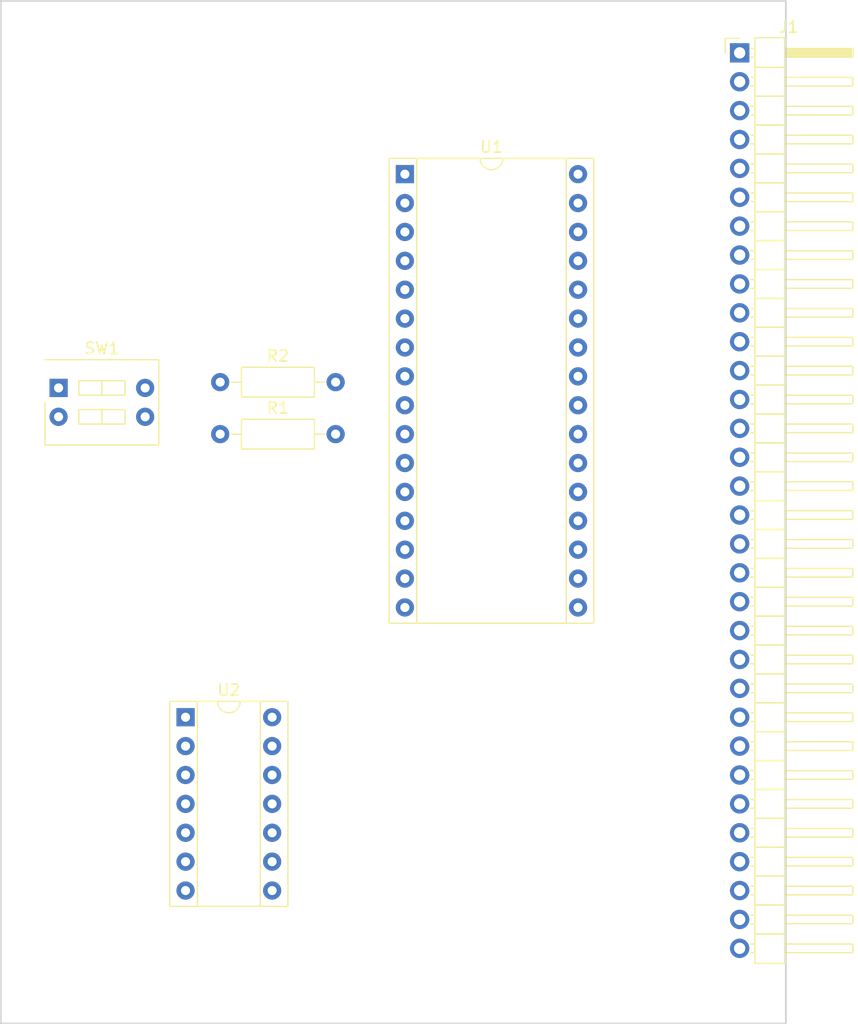
<source format=kicad_pcb>
(kicad_pcb (version 4) (host pcbnew 4.0.6-e0-6349~53~ubuntu16.04.1)

  (general
    (links 41)
    (no_connects 41)
    (area 110.744 73.152 186.944 163.576)
    (thickness 1.6)
    (drawings 5)
    (tracks 0)
    (zones 0)
    (modules 6)
    (nets 37)
  )

  (page USLetter)
  (title_block
    (title "WZ80 ROM Board")
    (date 2017-03-20)
    (rev 0)
    (comment 1 "Preliminary Layout. Unrouted.")
  )

  (layers
    (0 F.Cu signal)
    (31 B.Cu signal)
    (32 B.Adhes user)
    (33 F.Adhes user)
    (34 B.Paste user)
    (35 F.Paste user)
    (36 B.SilkS user)
    (37 F.SilkS user)
    (38 B.Mask user)
    (39 F.Mask user)
    (40 Dwgs.User user)
    (41 Cmts.User user)
    (42 Eco1.User user)
    (43 Eco2.User user)
    (44 Edge.Cuts user)
    (45 Margin user)
    (46 B.CrtYd user)
    (47 F.CrtYd user)
    (48 B.Fab user)
    (49 F.Fab user)
  )

  (setup
    (last_trace_width 0.25)
    (trace_clearance 0.2)
    (zone_clearance 0.508)
    (zone_45_only no)
    (trace_min 0.2)
    (segment_width 0.2)
    (edge_width 0.15)
    (via_size 0.6)
    (via_drill 0.4)
    (via_min_size 0.4)
    (via_min_drill 0.3)
    (uvia_size 0.3)
    (uvia_drill 0.1)
    (uvias_allowed no)
    (uvia_min_size 0.2)
    (uvia_min_drill 0.1)
    (pcb_text_width 0.3)
    (pcb_text_size 1.5 1.5)
    (mod_edge_width 0.15)
    (mod_text_size 1 1)
    (mod_text_width 0.15)
    (pad_size 1.524 1.524)
    (pad_drill 0.762)
    (pad_to_mask_clearance 0.2)
    (aux_axis_origin 0 0)
    (visible_elements FFFFFF7F)
    (pcbplotparams
      (layerselection 0x00030_80000001)
      (usegerberextensions false)
      (excludeedgelayer true)
      (linewidth 0.100000)
      (plotframeref false)
      (viasonmask false)
      (mode 1)
      (useauxorigin false)
      (hpglpennumber 1)
      (hpglpenspeed 20)
      (hpglpendiameter 15)
      (hpglpenoverlay 2)
      (psnegative false)
      (psa4output false)
      (plotreference true)
      (plotvalue true)
      (plotinvisibletext false)
      (padsonsilk false)
      (subtractmaskfromsilk false)
      (outputformat 1)
      (mirror false)
      (drillshape 1)
      (scaleselection 1)
      (outputdirectory ""))
  )

  (net 0 "")
  (net 1 /A15)
  (net 2 /A14)
  (net 3 /A13)
  (net 4 /A12)
  (net 5 /A11)
  (net 6 /A10)
  (net 7 /A9)
  (net 8 /A8)
  (net 9 /A7)
  (net 10 /A6)
  (net 11 /A5)
  (net 12 /A4)
  (net 13 /A3)
  (net 14 /A2)
  (net 15 /A1)
  (net 16 /A0)
  (net 17 /D7)
  (net 18 /D6)
  (net 19 /D5)
  (net 20 /D4)
  (net 21 /D3)
  (net 22 /D2)
  (net 23 /D1)
  (net 24 /D0)
  (net 25 VCC)
  (net 26 GND)
  (net 27 "Net-(J1-Pad27)")
  (net 28 "Net-(J1-Pad28)")
  (net 29 "Net-(J1-Pad29)")
  (net 30 /RD)
  (net 31 /MREQ)
  (net 32 "Net-(J1-Pad32)")
  (net 33 /A16)
  (net 34 "Net-(U1-Pad1)")
  (net 35 "Net-(U1-Pad24)")
  (net 36 "Net-(U1-Pad30)")

  (net_class Default "This is the default net class."
    (clearance 0.2)
    (trace_width 0.25)
    (via_dia 0.6)
    (via_drill 0.4)
    (uvia_dia 0.3)
    (uvia_drill 0.1)
    (add_net /A0)
    (add_net /A1)
    (add_net /A10)
    (add_net /A11)
    (add_net /A12)
    (add_net /A13)
    (add_net /A14)
    (add_net /A15)
    (add_net /A16)
    (add_net /A2)
    (add_net /A3)
    (add_net /A4)
    (add_net /A5)
    (add_net /A6)
    (add_net /A7)
    (add_net /A8)
    (add_net /A9)
    (add_net /D0)
    (add_net /D1)
    (add_net /D2)
    (add_net /D3)
    (add_net /D4)
    (add_net /D5)
    (add_net /D6)
    (add_net /D7)
    (add_net /MREQ)
    (add_net /RD)
    (add_net GND)
    (add_net "Net-(J1-Pad27)")
    (add_net "Net-(J1-Pad28)")
    (add_net "Net-(J1-Pad29)")
    (add_net "Net-(J1-Pad32)")
    (add_net "Net-(U1-Pad1)")
    (add_net "Net-(U1-Pad24)")
    (add_net "Net-(U1-Pad30)")
    (add_net VCC)
  )

  (module Pin_Headers:Pin_Header_Angled_1x32_Pitch2.54mm (layer F.Cu) (tedit 58CD4EC4) (tstamp 58D019FC)
    (at 176.276 78.232)
    (descr "Through hole angled pin header, 1x32, 2.54mm pitch, 6mm pin length, single row")
    (tags "Through hole angled pin header THT 1x32 2.54mm single row")
    (path /58D00D4D)
    (fp_text reference J1 (at 4.315 -2.27) (layer F.SilkS)
      (effects (font (size 1 1) (thickness 0.15)))
    )
    (fp_text value CONN_01X32 (at 4.315 81.01) (layer F.Fab)
      (effects (font (size 1 1) (thickness 0.15)))
    )
    (fp_line (start 1.4 -1.27) (end 1.4 1.27) (layer F.Fab) (width 0.1))
    (fp_line (start 1.4 1.27) (end 3.9 1.27) (layer F.Fab) (width 0.1))
    (fp_line (start 3.9 1.27) (end 3.9 -1.27) (layer F.Fab) (width 0.1))
    (fp_line (start 3.9 -1.27) (end 1.4 -1.27) (layer F.Fab) (width 0.1))
    (fp_line (start 0 -0.32) (end 0 0.32) (layer F.Fab) (width 0.1))
    (fp_line (start 0 0.32) (end 9.9 0.32) (layer F.Fab) (width 0.1))
    (fp_line (start 9.9 0.32) (end 9.9 -0.32) (layer F.Fab) (width 0.1))
    (fp_line (start 9.9 -0.32) (end 0 -0.32) (layer F.Fab) (width 0.1))
    (fp_line (start 1.4 1.27) (end 1.4 3.81) (layer F.Fab) (width 0.1))
    (fp_line (start 1.4 3.81) (end 3.9 3.81) (layer F.Fab) (width 0.1))
    (fp_line (start 3.9 3.81) (end 3.9 1.27) (layer F.Fab) (width 0.1))
    (fp_line (start 3.9 1.27) (end 1.4 1.27) (layer F.Fab) (width 0.1))
    (fp_line (start 0 2.22) (end 0 2.86) (layer F.Fab) (width 0.1))
    (fp_line (start 0 2.86) (end 9.9 2.86) (layer F.Fab) (width 0.1))
    (fp_line (start 9.9 2.86) (end 9.9 2.22) (layer F.Fab) (width 0.1))
    (fp_line (start 9.9 2.22) (end 0 2.22) (layer F.Fab) (width 0.1))
    (fp_line (start 1.4 3.81) (end 1.4 6.35) (layer F.Fab) (width 0.1))
    (fp_line (start 1.4 6.35) (end 3.9 6.35) (layer F.Fab) (width 0.1))
    (fp_line (start 3.9 6.35) (end 3.9 3.81) (layer F.Fab) (width 0.1))
    (fp_line (start 3.9 3.81) (end 1.4 3.81) (layer F.Fab) (width 0.1))
    (fp_line (start 0 4.76) (end 0 5.4) (layer F.Fab) (width 0.1))
    (fp_line (start 0 5.4) (end 9.9 5.4) (layer F.Fab) (width 0.1))
    (fp_line (start 9.9 5.4) (end 9.9 4.76) (layer F.Fab) (width 0.1))
    (fp_line (start 9.9 4.76) (end 0 4.76) (layer F.Fab) (width 0.1))
    (fp_line (start 1.4 6.35) (end 1.4 8.89) (layer F.Fab) (width 0.1))
    (fp_line (start 1.4 8.89) (end 3.9 8.89) (layer F.Fab) (width 0.1))
    (fp_line (start 3.9 8.89) (end 3.9 6.35) (layer F.Fab) (width 0.1))
    (fp_line (start 3.9 6.35) (end 1.4 6.35) (layer F.Fab) (width 0.1))
    (fp_line (start 0 7.3) (end 0 7.94) (layer F.Fab) (width 0.1))
    (fp_line (start 0 7.94) (end 9.9 7.94) (layer F.Fab) (width 0.1))
    (fp_line (start 9.9 7.94) (end 9.9 7.3) (layer F.Fab) (width 0.1))
    (fp_line (start 9.9 7.3) (end 0 7.3) (layer F.Fab) (width 0.1))
    (fp_line (start 1.4 8.89) (end 1.4 11.43) (layer F.Fab) (width 0.1))
    (fp_line (start 1.4 11.43) (end 3.9 11.43) (layer F.Fab) (width 0.1))
    (fp_line (start 3.9 11.43) (end 3.9 8.89) (layer F.Fab) (width 0.1))
    (fp_line (start 3.9 8.89) (end 1.4 8.89) (layer F.Fab) (width 0.1))
    (fp_line (start 0 9.84) (end 0 10.48) (layer F.Fab) (width 0.1))
    (fp_line (start 0 10.48) (end 9.9 10.48) (layer F.Fab) (width 0.1))
    (fp_line (start 9.9 10.48) (end 9.9 9.84) (layer F.Fab) (width 0.1))
    (fp_line (start 9.9 9.84) (end 0 9.84) (layer F.Fab) (width 0.1))
    (fp_line (start 1.4 11.43) (end 1.4 13.97) (layer F.Fab) (width 0.1))
    (fp_line (start 1.4 13.97) (end 3.9 13.97) (layer F.Fab) (width 0.1))
    (fp_line (start 3.9 13.97) (end 3.9 11.43) (layer F.Fab) (width 0.1))
    (fp_line (start 3.9 11.43) (end 1.4 11.43) (layer F.Fab) (width 0.1))
    (fp_line (start 0 12.38) (end 0 13.02) (layer F.Fab) (width 0.1))
    (fp_line (start 0 13.02) (end 9.9 13.02) (layer F.Fab) (width 0.1))
    (fp_line (start 9.9 13.02) (end 9.9 12.38) (layer F.Fab) (width 0.1))
    (fp_line (start 9.9 12.38) (end 0 12.38) (layer F.Fab) (width 0.1))
    (fp_line (start 1.4 13.97) (end 1.4 16.51) (layer F.Fab) (width 0.1))
    (fp_line (start 1.4 16.51) (end 3.9 16.51) (layer F.Fab) (width 0.1))
    (fp_line (start 3.9 16.51) (end 3.9 13.97) (layer F.Fab) (width 0.1))
    (fp_line (start 3.9 13.97) (end 1.4 13.97) (layer F.Fab) (width 0.1))
    (fp_line (start 0 14.92) (end 0 15.56) (layer F.Fab) (width 0.1))
    (fp_line (start 0 15.56) (end 9.9 15.56) (layer F.Fab) (width 0.1))
    (fp_line (start 9.9 15.56) (end 9.9 14.92) (layer F.Fab) (width 0.1))
    (fp_line (start 9.9 14.92) (end 0 14.92) (layer F.Fab) (width 0.1))
    (fp_line (start 1.4 16.51) (end 1.4 19.05) (layer F.Fab) (width 0.1))
    (fp_line (start 1.4 19.05) (end 3.9 19.05) (layer F.Fab) (width 0.1))
    (fp_line (start 3.9 19.05) (end 3.9 16.51) (layer F.Fab) (width 0.1))
    (fp_line (start 3.9 16.51) (end 1.4 16.51) (layer F.Fab) (width 0.1))
    (fp_line (start 0 17.46) (end 0 18.1) (layer F.Fab) (width 0.1))
    (fp_line (start 0 18.1) (end 9.9 18.1) (layer F.Fab) (width 0.1))
    (fp_line (start 9.9 18.1) (end 9.9 17.46) (layer F.Fab) (width 0.1))
    (fp_line (start 9.9 17.46) (end 0 17.46) (layer F.Fab) (width 0.1))
    (fp_line (start 1.4 19.05) (end 1.4 21.59) (layer F.Fab) (width 0.1))
    (fp_line (start 1.4 21.59) (end 3.9 21.59) (layer F.Fab) (width 0.1))
    (fp_line (start 3.9 21.59) (end 3.9 19.05) (layer F.Fab) (width 0.1))
    (fp_line (start 3.9 19.05) (end 1.4 19.05) (layer F.Fab) (width 0.1))
    (fp_line (start 0 20) (end 0 20.64) (layer F.Fab) (width 0.1))
    (fp_line (start 0 20.64) (end 9.9 20.64) (layer F.Fab) (width 0.1))
    (fp_line (start 9.9 20.64) (end 9.9 20) (layer F.Fab) (width 0.1))
    (fp_line (start 9.9 20) (end 0 20) (layer F.Fab) (width 0.1))
    (fp_line (start 1.4 21.59) (end 1.4 24.13) (layer F.Fab) (width 0.1))
    (fp_line (start 1.4 24.13) (end 3.9 24.13) (layer F.Fab) (width 0.1))
    (fp_line (start 3.9 24.13) (end 3.9 21.59) (layer F.Fab) (width 0.1))
    (fp_line (start 3.9 21.59) (end 1.4 21.59) (layer F.Fab) (width 0.1))
    (fp_line (start 0 22.54) (end 0 23.18) (layer F.Fab) (width 0.1))
    (fp_line (start 0 23.18) (end 9.9 23.18) (layer F.Fab) (width 0.1))
    (fp_line (start 9.9 23.18) (end 9.9 22.54) (layer F.Fab) (width 0.1))
    (fp_line (start 9.9 22.54) (end 0 22.54) (layer F.Fab) (width 0.1))
    (fp_line (start 1.4 24.13) (end 1.4 26.67) (layer F.Fab) (width 0.1))
    (fp_line (start 1.4 26.67) (end 3.9 26.67) (layer F.Fab) (width 0.1))
    (fp_line (start 3.9 26.67) (end 3.9 24.13) (layer F.Fab) (width 0.1))
    (fp_line (start 3.9 24.13) (end 1.4 24.13) (layer F.Fab) (width 0.1))
    (fp_line (start 0 25.08) (end 0 25.72) (layer F.Fab) (width 0.1))
    (fp_line (start 0 25.72) (end 9.9 25.72) (layer F.Fab) (width 0.1))
    (fp_line (start 9.9 25.72) (end 9.9 25.08) (layer F.Fab) (width 0.1))
    (fp_line (start 9.9 25.08) (end 0 25.08) (layer F.Fab) (width 0.1))
    (fp_line (start 1.4 26.67) (end 1.4 29.21) (layer F.Fab) (width 0.1))
    (fp_line (start 1.4 29.21) (end 3.9 29.21) (layer F.Fab) (width 0.1))
    (fp_line (start 3.9 29.21) (end 3.9 26.67) (layer F.Fab) (width 0.1))
    (fp_line (start 3.9 26.67) (end 1.4 26.67) (layer F.Fab) (width 0.1))
    (fp_line (start 0 27.62) (end 0 28.26) (layer F.Fab) (width 0.1))
    (fp_line (start 0 28.26) (end 9.9 28.26) (layer F.Fab) (width 0.1))
    (fp_line (start 9.9 28.26) (end 9.9 27.62) (layer F.Fab) (width 0.1))
    (fp_line (start 9.9 27.62) (end 0 27.62) (layer F.Fab) (width 0.1))
    (fp_line (start 1.4 29.21) (end 1.4 31.75) (layer F.Fab) (width 0.1))
    (fp_line (start 1.4 31.75) (end 3.9 31.75) (layer F.Fab) (width 0.1))
    (fp_line (start 3.9 31.75) (end 3.9 29.21) (layer F.Fab) (width 0.1))
    (fp_line (start 3.9 29.21) (end 1.4 29.21) (layer F.Fab) (width 0.1))
    (fp_line (start 0 30.16) (end 0 30.8) (layer F.Fab) (width 0.1))
    (fp_line (start 0 30.8) (end 9.9 30.8) (layer F.Fab) (width 0.1))
    (fp_line (start 9.9 30.8) (end 9.9 30.16) (layer F.Fab) (width 0.1))
    (fp_line (start 9.9 30.16) (end 0 30.16) (layer F.Fab) (width 0.1))
    (fp_line (start 1.4 31.75) (end 1.4 34.29) (layer F.Fab) (width 0.1))
    (fp_line (start 1.4 34.29) (end 3.9 34.29) (layer F.Fab) (width 0.1))
    (fp_line (start 3.9 34.29) (end 3.9 31.75) (layer F.Fab) (width 0.1))
    (fp_line (start 3.9 31.75) (end 1.4 31.75) (layer F.Fab) (width 0.1))
    (fp_line (start 0 32.7) (end 0 33.34) (layer F.Fab) (width 0.1))
    (fp_line (start 0 33.34) (end 9.9 33.34) (layer F.Fab) (width 0.1))
    (fp_line (start 9.9 33.34) (end 9.9 32.7) (layer F.Fab) (width 0.1))
    (fp_line (start 9.9 32.7) (end 0 32.7) (layer F.Fab) (width 0.1))
    (fp_line (start 1.4 34.29) (end 1.4 36.83) (layer F.Fab) (width 0.1))
    (fp_line (start 1.4 36.83) (end 3.9 36.83) (layer F.Fab) (width 0.1))
    (fp_line (start 3.9 36.83) (end 3.9 34.29) (layer F.Fab) (width 0.1))
    (fp_line (start 3.9 34.29) (end 1.4 34.29) (layer F.Fab) (width 0.1))
    (fp_line (start 0 35.24) (end 0 35.88) (layer F.Fab) (width 0.1))
    (fp_line (start 0 35.88) (end 9.9 35.88) (layer F.Fab) (width 0.1))
    (fp_line (start 9.9 35.88) (end 9.9 35.24) (layer F.Fab) (width 0.1))
    (fp_line (start 9.9 35.24) (end 0 35.24) (layer F.Fab) (width 0.1))
    (fp_line (start 1.4 36.83) (end 1.4 39.37) (layer F.Fab) (width 0.1))
    (fp_line (start 1.4 39.37) (end 3.9 39.37) (layer F.Fab) (width 0.1))
    (fp_line (start 3.9 39.37) (end 3.9 36.83) (layer F.Fab) (width 0.1))
    (fp_line (start 3.9 36.83) (end 1.4 36.83) (layer F.Fab) (width 0.1))
    (fp_line (start 0 37.78) (end 0 38.42) (layer F.Fab) (width 0.1))
    (fp_line (start 0 38.42) (end 9.9 38.42) (layer F.Fab) (width 0.1))
    (fp_line (start 9.9 38.42) (end 9.9 37.78) (layer F.Fab) (width 0.1))
    (fp_line (start 9.9 37.78) (end 0 37.78) (layer F.Fab) (width 0.1))
    (fp_line (start 1.4 39.37) (end 1.4 41.91) (layer F.Fab) (width 0.1))
    (fp_line (start 1.4 41.91) (end 3.9 41.91) (layer F.Fab) (width 0.1))
    (fp_line (start 3.9 41.91) (end 3.9 39.37) (layer F.Fab) (width 0.1))
    (fp_line (start 3.9 39.37) (end 1.4 39.37) (layer F.Fab) (width 0.1))
    (fp_line (start 0 40.32) (end 0 40.96) (layer F.Fab) (width 0.1))
    (fp_line (start 0 40.96) (end 9.9 40.96) (layer F.Fab) (width 0.1))
    (fp_line (start 9.9 40.96) (end 9.9 40.32) (layer F.Fab) (width 0.1))
    (fp_line (start 9.9 40.32) (end 0 40.32) (layer F.Fab) (width 0.1))
    (fp_line (start 1.4 41.91) (end 1.4 44.45) (layer F.Fab) (width 0.1))
    (fp_line (start 1.4 44.45) (end 3.9 44.45) (layer F.Fab) (width 0.1))
    (fp_line (start 3.9 44.45) (end 3.9 41.91) (layer F.Fab) (width 0.1))
    (fp_line (start 3.9 41.91) (end 1.4 41.91) (layer F.Fab) (width 0.1))
    (fp_line (start 0 42.86) (end 0 43.5) (layer F.Fab) (width 0.1))
    (fp_line (start 0 43.5) (end 9.9 43.5) (layer F.Fab) (width 0.1))
    (fp_line (start 9.9 43.5) (end 9.9 42.86) (layer F.Fab) (width 0.1))
    (fp_line (start 9.9 42.86) (end 0 42.86) (layer F.Fab) (width 0.1))
    (fp_line (start 1.4 44.45) (end 1.4 46.99) (layer F.Fab) (width 0.1))
    (fp_line (start 1.4 46.99) (end 3.9 46.99) (layer F.Fab) (width 0.1))
    (fp_line (start 3.9 46.99) (end 3.9 44.45) (layer F.Fab) (width 0.1))
    (fp_line (start 3.9 44.45) (end 1.4 44.45) (layer F.Fab) (width 0.1))
    (fp_line (start 0 45.4) (end 0 46.04) (layer F.Fab) (width 0.1))
    (fp_line (start 0 46.04) (end 9.9 46.04) (layer F.Fab) (width 0.1))
    (fp_line (start 9.9 46.04) (end 9.9 45.4) (layer F.Fab) (width 0.1))
    (fp_line (start 9.9 45.4) (end 0 45.4) (layer F.Fab) (width 0.1))
    (fp_line (start 1.4 46.99) (end 1.4 49.53) (layer F.Fab) (width 0.1))
    (fp_line (start 1.4 49.53) (end 3.9 49.53) (layer F.Fab) (width 0.1))
    (fp_line (start 3.9 49.53) (end 3.9 46.99) (layer F.Fab) (width 0.1))
    (fp_line (start 3.9 46.99) (end 1.4 46.99) (layer F.Fab) (width 0.1))
    (fp_line (start 0 47.94) (end 0 48.58) (layer F.Fab) (width 0.1))
    (fp_line (start 0 48.58) (end 9.9 48.58) (layer F.Fab) (width 0.1))
    (fp_line (start 9.9 48.58) (end 9.9 47.94) (layer F.Fab) (width 0.1))
    (fp_line (start 9.9 47.94) (end 0 47.94) (layer F.Fab) (width 0.1))
    (fp_line (start 1.4 49.53) (end 1.4 52.07) (layer F.Fab) (width 0.1))
    (fp_line (start 1.4 52.07) (end 3.9 52.07) (layer F.Fab) (width 0.1))
    (fp_line (start 3.9 52.07) (end 3.9 49.53) (layer F.Fab) (width 0.1))
    (fp_line (start 3.9 49.53) (end 1.4 49.53) (layer F.Fab) (width 0.1))
    (fp_line (start 0 50.48) (end 0 51.12) (layer F.Fab) (width 0.1))
    (fp_line (start 0 51.12) (end 9.9 51.12) (layer F.Fab) (width 0.1))
    (fp_line (start 9.9 51.12) (end 9.9 50.48) (layer F.Fab) (width 0.1))
    (fp_line (start 9.9 50.48) (end 0 50.48) (layer F.Fab) (width 0.1))
    (fp_line (start 1.4 52.07) (end 1.4 54.61) (layer F.Fab) (width 0.1))
    (fp_line (start 1.4 54.61) (end 3.9 54.61) (layer F.Fab) (width 0.1))
    (fp_line (start 3.9 54.61) (end 3.9 52.07) (layer F.Fab) (width 0.1))
    (fp_line (start 3.9 52.07) (end 1.4 52.07) (layer F.Fab) (width 0.1))
    (fp_line (start 0 53.02) (end 0 53.66) (layer F.Fab) (width 0.1))
    (fp_line (start 0 53.66) (end 9.9 53.66) (layer F.Fab) (width 0.1))
    (fp_line (start 9.9 53.66) (end 9.9 53.02) (layer F.Fab) (width 0.1))
    (fp_line (start 9.9 53.02) (end 0 53.02) (layer F.Fab) (width 0.1))
    (fp_line (start 1.4 54.61) (end 1.4 57.15) (layer F.Fab) (width 0.1))
    (fp_line (start 1.4 57.15) (end 3.9 57.15) (layer F.Fab) (width 0.1))
    (fp_line (start 3.9 57.15) (end 3.9 54.61) (layer F.Fab) (width 0.1))
    (fp_line (start 3.9 54.61) (end 1.4 54.61) (layer F.Fab) (width 0.1))
    (fp_line (start 0 55.56) (end 0 56.2) (layer F.Fab) (width 0.1))
    (fp_line (start 0 56.2) (end 9.9 56.2) (layer F.Fab) (width 0.1))
    (fp_line (start 9.9 56.2) (end 9.9 55.56) (layer F.Fab) (width 0.1))
    (fp_line (start 9.9 55.56) (end 0 55.56) (layer F.Fab) (width 0.1))
    (fp_line (start 1.4 57.15) (end 1.4 59.69) (layer F.Fab) (width 0.1))
    (fp_line (start 1.4 59.69) (end 3.9 59.69) (layer F.Fab) (width 0.1))
    (fp_line (start 3.9 59.69) (end 3.9 57.15) (layer F.Fab) (width 0.1))
    (fp_line (start 3.9 57.15) (end 1.4 57.15) (layer F.Fab) (width 0.1))
    (fp_line (start 0 58.1) (end 0 58.74) (layer F.Fab) (width 0.1))
    (fp_line (start 0 58.74) (end 9.9 58.74) (layer F.Fab) (width 0.1))
    (fp_line (start 9.9 58.74) (end 9.9 58.1) (layer F.Fab) (width 0.1))
    (fp_line (start 9.9 58.1) (end 0 58.1) (layer F.Fab) (width 0.1))
    (fp_line (start 1.4 59.69) (end 1.4 62.23) (layer F.Fab) (width 0.1))
    (fp_line (start 1.4 62.23) (end 3.9 62.23) (layer F.Fab) (width 0.1))
    (fp_line (start 3.9 62.23) (end 3.9 59.69) (layer F.Fab) (width 0.1))
    (fp_line (start 3.9 59.69) (end 1.4 59.69) (layer F.Fab) (width 0.1))
    (fp_line (start 0 60.64) (end 0 61.28) (layer F.Fab) (width 0.1))
    (fp_line (start 0 61.28) (end 9.9 61.28) (layer F.Fab) (width 0.1))
    (fp_line (start 9.9 61.28) (end 9.9 60.64) (layer F.Fab) (width 0.1))
    (fp_line (start 9.9 60.64) (end 0 60.64) (layer F.Fab) (width 0.1))
    (fp_line (start 1.4 62.23) (end 1.4 64.77) (layer F.Fab) (width 0.1))
    (fp_line (start 1.4 64.77) (end 3.9 64.77) (layer F.Fab) (width 0.1))
    (fp_line (start 3.9 64.77) (end 3.9 62.23) (layer F.Fab) (width 0.1))
    (fp_line (start 3.9 62.23) (end 1.4 62.23) (layer F.Fab) (width 0.1))
    (fp_line (start 0 63.18) (end 0 63.82) (layer F.Fab) (width 0.1))
    (fp_line (start 0 63.82) (end 9.9 63.82) (layer F.Fab) (width 0.1))
    (fp_line (start 9.9 63.82) (end 9.9 63.18) (layer F.Fab) (width 0.1))
    (fp_line (start 9.9 63.18) (end 0 63.18) (layer F.Fab) (width 0.1))
    (fp_line (start 1.4 64.77) (end 1.4 67.31) (layer F.Fab) (width 0.1))
    (fp_line (start 1.4 67.31) (end 3.9 67.31) (layer F.Fab) (width 0.1))
    (fp_line (start 3.9 67.31) (end 3.9 64.77) (layer F.Fab) (width 0.1))
    (fp_line (start 3.9 64.77) (end 1.4 64.77) (layer F.Fab) (width 0.1))
    (fp_line (start 0 65.72) (end 0 66.36) (layer F.Fab) (width 0.1))
    (fp_line (start 0 66.36) (end 9.9 66.36) (layer F.Fab) (width 0.1))
    (fp_line (start 9.9 66.36) (end 9.9 65.72) (layer F.Fab) (width 0.1))
    (fp_line (start 9.9 65.72) (end 0 65.72) (layer F.Fab) (width 0.1))
    (fp_line (start 1.4 67.31) (end 1.4 69.85) (layer F.Fab) (width 0.1))
    (fp_line (start 1.4 69.85) (end 3.9 69.85) (layer F.Fab) (width 0.1))
    (fp_line (start 3.9 69.85) (end 3.9 67.31) (layer F.Fab) (width 0.1))
    (fp_line (start 3.9 67.31) (end 1.4 67.31) (layer F.Fab) (width 0.1))
    (fp_line (start 0 68.26) (end 0 68.9) (layer F.Fab) (width 0.1))
    (fp_line (start 0 68.9) (end 9.9 68.9) (layer F.Fab) (width 0.1))
    (fp_line (start 9.9 68.9) (end 9.9 68.26) (layer F.Fab) (width 0.1))
    (fp_line (start 9.9 68.26) (end 0 68.26) (layer F.Fab) (width 0.1))
    (fp_line (start 1.4 69.85) (end 1.4 72.39) (layer F.Fab) (width 0.1))
    (fp_line (start 1.4 72.39) (end 3.9 72.39) (layer F.Fab) (width 0.1))
    (fp_line (start 3.9 72.39) (end 3.9 69.85) (layer F.Fab) (width 0.1))
    (fp_line (start 3.9 69.85) (end 1.4 69.85) (layer F.Fab) (width 0.1))
    (fp_line (start 0 70.8) (end 0 71.44) (layer F.Fab) (width 0.1))
    (fp_line (start 0 71.44) (end 9.9 71.44) (layer F.Fab) (width 0.1))
    (fp_line (start 9.9 71.44) (end 9.9 70.8) (layer F.Fab) (width 0.1))
    (fp_line (start 9.9 70.8) (end 0 70.8) (layer F.Fab) (width 0.1))
    (fp_line (start 1.4 72.39) (end 1.4 74.93) (layer F.Fab) (width 0.1))
    (fp_line (start 1.4 74.93) (end 3.9 74.93) (layer F.Fab) (width 0.1))
    (fp_line (start 3.9 74.93) (end 3.9 72.39) (layer F.Fab) (width 0.1))
    (fp_line (start 3.9 72.39) (end 1.4 72.39) (layer F.Fab) (width 0.1))
    (fp_line (start 0 73.34) (end 0 73.98) (layer F.Fab) (width 0.1))
    (fp_line (start 0 73.98) (end 9.9 73.98) (layer F.Fab) (width 0.1))
    (fp_line (start 9.9 73.98) (end 9.9 73.34) (layer F.Fab) (width 0.1))
    (fp_line (start 9.9 73.34) (end 0 73.34) (layer F.Fab) (width 0.1))
    (fp_line (start 1.4 74.93) (end 1.4 77.47) (layer F.Fab) (width 0.1))
    (fp_line (start 1.4 77.47) (end 3.9 77.47) (layer F.Fab) (width 0.1))
    (fp_line (start 3.9 77.47) (end 3.9 74.93) (layer F.Fab) (width 0.1))
    (fp_line (start 3.9 74.93) (end 1.4 74.93) (layer F.Fab) (width 0.1))
    (fp_line (start 0 75.88) (end 0 76.52) (layer F.Fab) (width 0.1))
    (fp_line (start 0 76.52) (end 9.9 76.52) (layer F.Fab) (width 0.1))
    (fp_line (start 9.9 76.52) (end 9.9 75.88) (layer F.Fab) (width 0.1))
    (fp_line (start 9.9 75.88) (end 0 75.88) (layer F.Fab) (width 0.1))
    (fp_line (start 1.4 77.47) (end 1.4 80.01) (layer F.Fab) (width 0.1))
    (fp_line (start 1.4 80.01) (end 3.9 80.01) (layer F.Fab) (width 0.1))
    (fp_line (start 3.9 80.01) (end 3.9 77.47) (layer F.Fab) (width 0.1))
    (fp_line (start 3.9 77.47) (end 1.4 77.47) (layer F.Fab) (width 0.1))
    (fp_line (start 0 78.42) (end 0 79.06) (layer F.Fab) (width 0.1))
    (fp_line (start 0 79.06) (end 9.9 79.06) (layer F.Fab) (width 0.1))
    (fp_line (start 9.9 79.06) (end 9.9 78.42) (layer F.Fab) (width 0.1))
    (fp_line (start 9.9 78.42) (end 0 78.42) (layer F.Fab) (width 0.1))
    (fp_line (start 1.34 -1.33) (end 1.34 1.27) (layer F.SilkS) (width 0.12))
    (fp_line (start 1.34 1.27) (end 3.96 1.27) (layer F.SilkS) (width 0.12))
    (fp_line (start 3.96 1.27) (end 3.96 -1.33) (layer F.SilkS) (width 0.12))
    (fp_line (start 3.96 -1.33) (end 1.34 -1.33) (layer F.SilkS) (width 0.12))
    (fp_line (start 3.96 -0.38) (end 3.96 0.38) (layer F.SilkS) (width 0.12))
    (fp_line (start 3.96 0.38) (end 9.96 0.38) (layer F.SilkS) (width 0.12))
    (fp_line (start 9.96 0.38) (end 9.96 -0.38) (layer F.SilkS) (width 0.12))
    (fp_line (start 9.96 -0.38) (end 3.96 -0.38) (layer F.SilkS) (width 0.12))
    (fp_line (start 0.91 -0.38) (end 1.34 -0.38) (layer F.SilkS) (width 0.12))
    (fp_line (start 0.91 0.38) (end 1.34 0.38) (layer F.SilkS) (width 0.12))
    (fp_line (start 3.96 -0.26) (end 9.96 -0.26) (layer F.SilkS) (width 0.12))
    (fp_line (start 3.96 -0.14) (end 9.96 -0.14) (layer F.SilkS) (width 0.12))
    (fp_line (start 3.96 -0.02) (end 9.96 -0.02) (layer F.SilkS) (width 0.12))
    (fp_line (start 3.96 0.1) (end 9.96 0.1) (layer F.SilkS) (width 0.12))
    (fp_line (start 3.96 0.22) (end 9.96 0.22) (layer F.SilkS) (width 0.12))
    (fp_line (start 3.96 0.34) (end 9.96 0.34) (layer F.SilkS) (width 0.12))
    (fp_line (start 1.34 1.27) (end 1.34 3.81) (layer F.SilkS) (width 0.12))
    (fp_line (start 1.34 3.81) (end 3.96 3.81) (layer F.SilkS) (width 0.12))
    (fp_line (start 3.96 3.81) (end 3.96 1.27) (layer F.SilkS) (width 0.12))
    (fp_line (start 3.96 1.27) (end 1.34 1.27) (layer F.SilkS) (width 0.12))
    (fp_line (start 3.96 2.16) (end 3.96 2.92) (layer F.SilkS) (width 0.12))
    (fp_line (start 3.96 2.92) (end 9.96 2.92) (layer F.SilkS) (width 0.12))
    (fp_line (start 9.96 2.92) (end 9.96 2.16) (layer F.SilkS) (width 0.12))
    (fp_line (start 9.96 2.16) (end 3.96 2.16) (layer F.SilkS) (width 0.12))
    (fp_line (start 0.91 2.16) (end 1.34 2.16) (layer F.SilkS) (width 0.12))
    (fp_line (start 0.91 2.92) (end 1.34 2.92) (layer F.SilkS) (width 0.12))
    (fp_line (start 1.34 3.81) (end 1.34 6.35) (layer F.SilkS) (width 0.12))
    (fp_line (start 1.34 6.35) (end 3.96 6.35) (layer F.SilkS) (width 0.12))
    (fp_line (start 3.96 6.35) (end 3.96 3.81) (layer F.SilkS) (width 0.12))
    (fp_line (start 3.96 3.81) (end 1.34 3.81) (layer F.SilkS) (width 0.12))
    (fp_line (start 3.96 4.7) (end 3.96 5.46) (layer F.SilkS) (width 0.12))
    (fp_line (start 3.96 5.46) (end 9.96 5.46) (layer F.SilkS) (width 0.12))
    (fp_line (start 9.96 5.46) (end 9.96 4.7) (layer F.SilkS) (width 0.12))
    (fp_line (start 9.96 4.7) (end 3.96 4.7) (layer F.SilkS) (width 0.12))
    (fp_line (start 0.91 4.7) (end 1.34 4.7) (layer F.SilkS) (width 0.12))
    (fp_line (start 0.91 5.46) (end 1.34 5.46) (layer F.SilkS) (width 0.12))
    (fp_line (start 1.34 6.35) (end 1.34 8.89) (layer F.SilkS) (width 0.12))
    (fp_line (start 1.34 8.89) (end 3.96 8.89) (layer F.SilkS) (width 0.12))
    (fp_line (start 3.96 8.89) (end 3.96 6.35) (layer F.SilkS) (width 0.12))
    (fp_line (start 3.96 6.35) (end 1.34 6.35) (layer F.SilkS) (width 0.12))
    (fp_line (start 3.96 7.24) (end 3.96 8) (layer F.SilkS) (width 0.12))
    (fp_line (start 3.96 8) (end 9.96 8) (layer F.SilkS) (width 0.12))
    (fp_line (start 9.96 8) (end 9.96 7.24) (layer F.SilkS) (width 0.12))
    (fp_line (start 9.96 7.24) (end 3.96 7.24) (layer F.SilkS) (width 0.12))
    (fp_line (start 0.91 7.24) (end 1.34 7.24) (layer F.SilkS) (width 0.12))
    (fp_line (start 0.91 8) (end 1.34 8) (layer F.SilkS) (width 0.12))
    (fp_line (start 1.34 8.89) (end 1.34 11.43) (layer F.SilkS) (width 0.12))
    (fp_line (start 1.34 11.43) (end 3.96 11.43) (layer F.SilkS) (width 0.12))
    (fp_line (start 3.96 11.43) (end 3.96 8.89) (layer F.SilkS) (width 0.12))
    (fp_line (start 3.96 8.89) (end 1.34 8.89) (layer F.SilkS) (width 0.12))
    (fp_line (start 3.96 9.78) (end 3.96 10.54) (layer F.SilkS) (width 0.12))
    (fp_line (start 3.96 10.54) (end 9.96 10.54) (layer F.SilkS) (width 0.12))
    (fp_line (start 9.96 10.54) (end 9.96 9.78) (layer F.SilkS) (width 0.12))
    (fp_line (start 9.96 9.78) (end 3.96 9.78) (layer F.SilkS) (width 0.12))
    (fp_line (start 0.91 9.78) (end 1.34 9.78) (layer F.SilkS) (width 0.12))
    (fp_line (start 0.91 10.54) (end 1.34 10.54) (layer F.SilkS) (width 0.12))
    (fp_line (start 1.34 11.43) (end 1.34 13.97) (layer F.SilkS) (width 0.12))
    (fp_line (start 1.34 13.97) (end 3.96 13.97) (layer F.SilkS) (width 0.12))
    (fp_line (start 3.96 13.97) (end 3.96 11.43) (layer F.SilkS) (width 0.12))
    (fp_line (start 3.96 11.43) (end 1.34 11.43) (layer F.SilkS) (width 0.12))
    (fp_line (start 3.96 12.32) (end 3.96 13.08) (layer F.SilkS) (width 0.12))
    (fp_line (start 3.96 13.08) (end 9.96 13.08) (layer F.SilkS) (width 0.12))
    (fp_line (start 9.96 13.08) (end 9.96 12.32) (layer F.SilkS) (width 0.12))
    (fp_line (start 9.96 12.32) (end 3.96 12.32) (layer F.SilkS) (width 0.12))
    (fp_line (start 0.91 12.32) (end 1.34 12.32) (layer F.SilkS) (width 0.12))
    (fp_line (start 0.91 13.08) (end 1.34 13.08) (layer F.SilkS) (width 0.12))
    (fp_line (start 1.34 13.97) (end 1.34 16.51) (layer F.SilkS) (width 0.12))
    (fp_line (start 1.34 16.51) (end 3.96 16.51) (layer F.SilkS) (width 0.12))
    (fp_line (start 3.96 16.51) (end 3.96 13.97) (layer F.SilkS) (width 0.12))
    (fp_line (start 3.96 13.97) (end 1.34 13.97) (layer F.SilkS) (width 0.12))
    (fp_line (start 3.96 14.86) (end 3.96 15.62) (layer F.SilkS) (width 0.12))
    (fp_line (start 3.96 15.62) (end 9.96 15.62) (layer F.SilkS) (width 0.12))
    (fp_line (start 9.96 15.62) (end 9.96 14.86) (layer F.SilkS) (width 0.12))
    (fp_line (start 9.96 14.86) (end 3.96 14.86) (layer F.SilkS) (width 0.12))
    (fp_line (start 0.91 14.86) (end 1.34 14.86) (layer F.SilkS) (width 0.12))
    (fp_line (start 0.91 15.62) (end 1.34 15.62) (layer F.SilkS) (width 0.12))
    (fp_line (start 1.34 16.51) (end 1.34 19.05) (layer F.SilkS) (width 0.12))
    (fp_line (start 1.34 19.05) (end 3.96 19.05) (layer F.SilkS) (width 0.12))
    (fp_line (start 3.96 19.05) (end 3.96 16.51) (layer F.SilkS) (width 0.12))
    (fp_line (start 3.96 16.51) (end 1.34 16.51) (layer F.SilkS) (width 0.12))
    (fp_line (start 3.96 17.4) (end 3.96 18.16) (layer F.SilkS) (width 0.12))
    (fp_line (start 3.96 18.16) (end 9.96 18.16) (layer F.SilkS) (width 0.12))
    (fp_line (start 9.96 18.16) (end 9.96 17.4) (layer F.SilkS) (width 0.12))
    (fp_line (start 9.96 17.4) (end 3.96 17.4) (layer F.SilkS) (width 0.12))
    (fp_line (start 0.91 17.4) (end 1.34 17.4) (layer F.SilkS) (width 0.12))
    (fp_line (start 0.91 18.16) (end 1.34 18.16) (layer F.SilkS) (width 0.12))
    (fp_line (start 1.34 19.05) (end 1.34 21.59) (layer F.SilkS) (width 0.12))
    (fp_line (start 1.34 21.59) (end 3.96 21.59) (layer F.SilkS) (width 0.12))
    (fp_line (start 3.96 21.59) (end 3.96 19.05) (layer F.SilkS) (width 0.12))
    (fp_line (start 3.96 19.05) (end 1.34 19.05) (layer F.SilkS) (width 0.12))
    (fp_line (start 3.96 19.94) (end 3.96 20.7) (layer F.SilkS) (width 0.12))
    (fp_line (start 3.96 20.7) (end 9.96 20.7) (layer F.SilkS) (width 0.12))
    (fp_line (start 9.96 20.7) (end 9.96 19.94) (layer F.SilkS) (width 0.12))
    (fp_line (start 9.96 19.94) (end 3.96 19.94) (layer F.SilkS) (width 0.12))
    (fp_line (start 0.91 19.94) (end 1.34 19.94) (layer F.SilkS) (width 0.12))
    (fp_line (start 0.91 20.7) (end 1.34 20.7) (layer F.SilkS) (width 0.12))
    (fp_line (start 1.34 21.59) (end 1.34 24.13) (layer F.SilkS) (width 0.12))
    (fp_line (start 1.34 24.13) (end 3.96 24.13) (layer F.SilkS) (width 0.12))
    (fp_line (start 3.96 24.13) (end 3.96 21.59) (layer F.SilkS) (width 0.12))
    (fp_line (start 3.96 21.59) (end 1.34 21.59) (layer F.SilkS) (width 0.12))
    (fp_line (start 3.96 22.48) (end 3.96 23.24) (layer F.SilkS) (width 0.12))
    (fp_line (start 3.96 23.24) (end 9.96 23.24) (layer F.SilkS) (width 0.12))
    (fp_line (start 9.96 23.24) (end 9.96 22.48) (layer F.SilkS) (width 0.12))
    (fp_line (start 9.96 22.48) (end 3.96 22.48) (layer F.SilkS) (width 0.12))
    (fp_line (start 0.91 22.48) (end 1.34 22.48) (layer F.SilkS) (width 0.12))
    (fp_line (start 0.91 23.24) (end 1.34 23.24) (layer F.SilkS) (width 0.12))
    (fp_line (start 1.34 24.13) (end 1.34 26.67) (layer F.SilkS) (width 0.12))
    (fp_line (start 1.34 26.67) (end 3.96 26.67) (layer F.SilkS) (width 0.12))
    (fp_line (start 3.96 26.67) (end 3.96 24.13) (layer F.SilkS) (width 0.12))
    (fp_line (start 3.96 24.13) (end 1.34 24.13) (layer F.SilkS) (width 0.12))
    (fp_line (start 3.96 25.02) (end 3.96 25.78) (layer F.SilkS) (width 0.12))
    (fp_line (start 3.96 25.78) (end 9.96 25.78) (layer F.SilkS) (width 0.12))
    (fp_line (start 9.96 25.78) (end 9.96 25.02) (layer F.SilkS) (width 0.12))
    (fp_line (start 9.96 25.02) (end 3.96 25.02) (layer F.SilkS) (width 0.12))
    (fp_line (start 0.91 25.02) (end 1.34 25.02) (layer F.SilkS) (width 0.12))
    (fp_line (start 0.91 25.78) (end 1.34 25.78) (layer F.SilkS) (width 0.12))
    (fp_line (start 1.34 26.67) (end 1.34 29.21) (layer F.SilkS) (width 0.12))
    (fp_line (start 1.34 29.21) (end 3.96 29.21) (layer F.SilkS) (width 0.12))
    (fp_line (start 3.96 29.21) (end 3.96 26.67) (layer F.SilkS) (width 0.12))
    (fp_line (start 3.96 26.67) (end 1.34 26.67) (layer F.SilkS) (width 0.12))
    (fp_line (start 3.96 27.56) (end 3.96 28.32) (layer F.SilkS) (width 0.12))
    (fp_line (start 3.96 28.32) (end 9.96 28.32) (layer F.SilkS) (width 0.12))
    (fp_line (start 9.96 28.32) (end 9.96 27.56) (layer F.SilkS) (width 0.12))
    (fp_line (start 9.96 27.56) (end 3.96 27.56) (layer F.SilkS) (width 0.12))
    (fp_line (start 0.91 27.56) (end 1.34 27.56) (layer F.SilkS) (width 0.12))
    (fp_line (start 0.91 28.32) (end 1.34 28.32) (layer F.SilkS) (width 0.12))
    (fp_line (start 1.34 29.21) (end 1.34 31.75) (layer F.SilkS) (width 0.12))
    (fp_line (start 1.34 31.75) (end 3.96 31.75) (layer F.SilkS) (width 0.12))
    (fp_line (start 3.96 31.75) (end 3.96 29.21) (layer F.SilkS) (width 0.12))
    (fp_line (start 3.96 29.21) (end 1.34 29.21) (layer F.SilkS) (width 0.12))
    (fp_line (start 3.96 30.1) (end 3.96 30.86) (layer F.SilkS) (width 0.12))
    (fp_line (start 3.96 30.86) (end 9.96 30.86) (layer F.SilkS) (width 0.12))
    (fp_line (start 9.96 30.86) (end 9.96 30.1) (layer F.SilkS) (width 0.12))
    (fp_line (start 9.96 30.1) (end 3.96 30.1) (layer F.SilkS) (width 0.12))
    (fp_line (start 0.91 30.1) (end 1.34 30.1) (layer F.SilkS) (width 0.12))
    (fp_line (start 0.91 30.86) (end 1.34 30.86) (layer F.SilkS) (width 0.12))
    (fp_line (start 1.34 31.75) (end 1.34 34.29) (layer F.SilkS) (width 0.12))
    (fp_line (start 1.34 34.29) (end 3.96 34.29) (layer F.SilkS) (width 0.12))
    (fp_line (start 3.96 34.29) (end 3.96 31.75) (layer F.SilkS) (width 0.12))
    (fp_line (start 3.96 31.75) (end 1.34 31.75) (layer F.SilkS) (width 0.12))
    (fp_line (start 3.96 32.64) (end 3.96 33.4) (layer F.SilkS) (width 0.12))
    (fp_line (start 3.96 33.4) (end 9.96 33.4) (layer F.SilkS) (width 0.12))
    (fp_line (start 9.96 33.4) (end 9.96 32.64) (layer F.SilkS) (width 0.12))
    (fp_line (start 9.96 32.64) (end 3.96 32.64) (layer F.SilkS) (width 0.12))
    (fp_line (start 0.91 32.64) (end 1.34 32.64) (layer F.SilkS) (width 0.12))
    (fp_line (start 0.91 33.4) (end 1.34 33.4) (layer F.SilkS) (width 0.12))
    (fp_line (start 1.34 34.29) (end 1.34 36.83) (layer F.SilkS) (width 0.12))
    (fp_line (start 1.34 36.83) (end 3.96 36.83) (layer F.SilkS) (width 0.12))
    (fp_line (start 3.96 36.83) (end 3.96 34.29) (layer F.SilkS) (width 0.12))
    (fp_line (start 3.96 34.29) (end 1.34 34.29) (layer F.SilkS) (width 0.12))
    (fp_line (start 3.96 35.18) (end 3.96 35.94) (layer F.SilkS) (width 0.12))
    (fp_line (start 3.96 35.94) (end 9.96 35.94) (layer F.SilkS) (width 0.12))
    (fp_line (start 9.96 35.94) (end 9.96 35.18) (layer F.SilkS) (width 0.12))
    (fp_line (start 9.96 35.18) (end 3.96 35.18) (layer F.SilkS) (width 0.12))
    (fp_line (start 0.91 35.18) (end 1.34 35.18) (layer F.SilkS) (width 0.12))
    (fp_line (start 0.91 35.94) (end 1.34 35.94) (layer F.SilkS) (width 0.12))
    (fp_line (start 1.34 36.83) (end 1.34 39.37) (layer F.SilkS) (width 0.12))
    (fp_line (start 1.34 39.37) (end 3.96 39.37) (layer F.SilkS) (width 0.12))
    (fp_line (start 3.96 39.37) (end 3.96 36.83) (layer F.SilkS) (width 0.12))
    (fp_line (start 3.96 36.83) (end 1.34 36.83) (layer F.SilkS) (width 0.12))
    (fp_line (start 3.96 37.72) (end 3.96 38.48) (layer F.SilkS) (width 0.12))
    (fp_line (start 3.96 38.48) (end 9.96 38.48) (layer F.SilkS) (width 0.12))
    (fp_line (start 9.96 38.48) (end 9.96 37.72) (layer F.SilkS) (width 0.12))
    (fp_line (start 9.96 37.72) (end 3.96 37.72) (layer F.SilkS) (width 0.12))
    (fp_line (start 0.91 37.72) (end 1.34 37.72) (layer F.SilkS) (width 0.12))
    (fp_line (start 0.91 38.48) (end 1.34 38.48) (layer F.SilkS) (width 0.12))
    (fp_line (start 1.34 39.37) (end 1.34 41.91) (layer F.SilkS) (width 0.12))
    (fp_line (start 1.34 41.91) (end 3.96 41.91) (layer F.SilkS) (width 0.12))
    (fp_line (start 3.96 41.91) (end 3.96 39.37) (layer F.SilkS) (width 0.12))
    (fp_line (start 3.96 39.37) (end 1.34 39.37) (layer F.SilkS) (width 0.12))
    (fp_line (start 3.96 40.26) (end 3.96 41.02) (layer F.SilkS) (width 0.12))
    (fp_line (start 3.96 41.02) (end 9.96 41.02) (layer F.SilkS) (width 0.12))
    (fp_line (start 9.96 41.02) (end 9.96 40.26) (layer F.SilkS) (width 0.12))
    (fp_line (start 9.96 40.26) (end 3.96 40.26) (layer F.SilkS) (width 0.12))
    (fp_line (start 0.91 40.26) (end 1.34 40.26) (layer F.SilkS) (width 0.12))
    (fp_line (start 0.91 41.02) (end 1.34 41.02) (layer F.SilkS) (width 0.12))
    (fp_line (start 1.34 41.91) (end 1.34 44.45) (layer F.SilkS) (width 0.12))
    (fp_line (start 1.34 44.45) (end 3.96 44.45) (layer F.SilkS) (width 0.12))
    (fp_line (start 3.96 44.45) (end 3.96 41.91) (layer F.SilkS) (width 0.12))
    (fp_line (start 3.96 41.91) (end 1.34 41.91) (layer F.SilkS) (width 0.12))
    (fp_line (start 3.96 42.8) (end 3.96 43.56) (layer F.SilkS) (width 0.12))
    (fp_line (start 3.96 43.56) (end 9.96 43.56) (layer F.SilkS) (width 0.12))
    (fp_line (start 9.96 43.56) (end 9.96 42.8) (layer F.SilkS) (width 0.12))
    (fp_line (start 9.96 42.8) (end 3.96 42.8) (layer F.SilkS) (width 0.12))
    (fp_line (start 0.91 42.8) (end 1.34 42.8) (layer F.SilkS) (width 0.12))
    (fp_line (start 0.91 43.56) (end 1.34 43.56) (layer F.SilkS) (width 0.12))
    (fp_line (start 1.34 44.45) (end 1.34 46.99) (layer F.SilkS) (width 0.12))
    (fp_line (start 1.34 46.99) (end 3.96 46.99) (layer F.SilkS) (width 0.12))
    (fp_line (start 3.96 46.99) (end 3.96 44.45) (layer F.SilkS) (width 0.12))
    (fp_line (start 3.96 44.45) (end 1.34 44.45) (layer F.SilkS) (width 0.12))
    (fp_line (start 3.96 45.34) (end 3.96 46.1) (layer F.SilkS) (width 0.12))
    (fp_line (start 3.96 46.1) (end 9.96 46.1) (layer F.SilkS) (width 0.12))
    (fp_line (start 9.96 46.1) (end 9.96 45.34) (layer F.SilkS) (width 0.12))
    (fp_line (start 9.96 45.34) (end 3.96 45.34) (layer F.SilkS) (width 0.12))
    (fp_line (start 0.91 45.34) (end 1.34 45.34) (layer F.SilkS) (width 0.12))
    (fp_line (start 0.91 46.1) (end 1.34 46.1) (layer F.SilkS) (width 0.12))
    (fp_line (start 1.34 46.99) (end 1.34 49.53) (layer F.SilkS) (width 0.12))
    (fp_line (start 1.34 49.53) (end 3.96 49.53) (layer F.SilkS) (width 0.12))
    (fp_line (start 3.96 49.53) (end 3.96 46.99) (layer F.SilkS) (width 0.12))
    (fp_line (start 3.96 46.99) (end 1.34 46.99) (layer F.SilkS) (width 0.12))
    (fp_line (start 3.96 47.88) (end 3.96 48.64) (layer F.SilkS) (width 0.12))
    (fp_line (start 3.96 48.64) (end 9.96 48.64) (layer F.SilkS) (width 0.12))
    (fp_line (start 9.96 48.64) (end 9.96 47.88) (layer F.SilkS) (width 0.12))
    (fp_line (start 9.96 47.88) (end 3.96 47.88) (layer F.SilkS) (width 0.12))
    (fp_line (start 0.91 47.88) (end 1.34 47.88) (layer F.SilkS) (width 0.12))
    (fp_line (start 0.91 48.64) (end 1.34 48.64) (layer F.SilkS) (width 0.12))
    (fp_line (start 1.34 49.53) (end 1.34 52.07) (layer F.SilkS) (width 0.12))
    (fp_line (start 1.34 52.07) (end 3.96 52.07) (layer F.SilkS) (width 0.12))
    (fp_line (start 3.96 52.07) (end 3.96 49.53) (layer F.SilkS) (width 0.12))
    (fp_line (start 3.96 49.53) (end 1.34 49.53) (layer F.SilkS) (width 0.12))
    (fp_line (start 3.96 50.42) (end 3.96 51.18) (layer F.SilkS) (width 0.12))
    (fp_line (start 3.96 51.18) (end 9.96 51.18) (layer F.SilkS) (width 0.12))
    (fp_line (start 9.96 51.18) (end 9.96 50.42) (layer F.SilkS) (width 0.12))
    (fp_line (start 9.96 50.42) (end 3.96 50.42) (layer F.SilkS) (width 0.12))
    (fp_line (start 0.91 50.42) (end 1.34 50.42) (layer F.SilkS) (width 0.12))
    (fp_line (start 0.91 51.18) (end 1.34 51.18) (layer F.SilkS) (width 0.12))
    (fp_line (start 1.34 52.07) (end 1.34 54.61) (layer F.SilkS) (width 0.12))
    (fp_line (start 1.34 54.61) (end 3.96 54.61) (layer F.SilkS) (width 0.12))
    (fp_line (start 3.96 54.61) (end 3.96 52.07) (layer F.SilkS) (width 0.12))
    (fp_line (start 3.96 52.07) (end 1.34 52.07) (layer F.SilkS) (width 0.12))
    (fp_line (start 3.96 52.96) (end 3.96 53.72) (layer F.SilkS) (width 0.12))
    (fp_line (start 3.96 53.72) (end 9.96 53.72) (layer F.SilkS) (width 0.12))
    (fp_line (start 9.96 53.72) (end 9.96 52.96) (layer F.SilkS) (width 0.12))
    (fp_line (start 9.96 52.96) (end 3.96 52.96) (layer F.SilkS) (width 0.12))
    (fp_line (start 0.91 52.96) (end 1.34 52.96) (layer F.SilkS) (width 0.12))
    (fp_line (start 0.91 53.72) (end 1.34 53.72) (layer F.SilkS) (width 0.12))
    (fp_line (start 1.34 54.61) (end 1.34 57.15) (layer F.SilkS) (width 0.12))
    (fp_line (start 1.34 57.15) (end 3.96 57.15) (layer F.SilkS) (width 0.12))
    (fp_line (start 3.96 57.15) (end 3.96 54.61) (layer F.SilkS) (width 0.12))
    (fp_line (start 3.96 54.61) (end 1.34 54.61) (layer F.SilkS) (width 0.12))
    (fp_line (start 3.96 55.5) (end 3.96 56.26) (layer F.SilkS) (width 0.12))
    (fp_line (start 3.96 56.26) (end 9.96 56.26) (layer F.SilkS) (width 0.12))
    (fp_line (start 9.96 56.26) (end 9.96 55.5) (layer F.SilkS) (width 0.12))
    (fp_line (start 9.96 55.5) (end 3.96 55.5) (layer F.SilkS) (width 0.12))
    (fp_line (start 0.91 55.5) (end 1.34 55.5) (layer F.SilkS) (width 0.12))
    (fp_line (start 0.91 56.26) (end 1.34 56.26) (layer F.SilkS) (width 0.12))
    (fp_line (start 1.34 57.15) (end 1.34 59.69) (layer F.SilkS) (width 0.12))
    (fp_line (start 1.34 59.69) (end 3.96 59.69) (layer F.SilkS) (width 0.12))
    (fp_line (start 3.96 59.69) (end 3.96 57.15) (layer F.SilkS) (width 0.12))
    (fp_line (start 3.96 57.15) (end 1.34 57.15) (layer F.SilkS) (width 0.12))
    (fp_line (start 3.96 58.04) (end 3.96 58.8) (layer F.SilkS) (width 0.12))
    (fp_line (start 3.96 58.8) (end 9.96 58.8) (layer F.SilkS) (width 0.12))
    (fp_line (start 9.96 58.8) (end 9.96 58.04) (layer F.SilkS) (width 0.12))
    (fp_line (start 9.96 58.04) (end 3.96 58.04) (layer F.SilkS) (width 0.12))
    (fp_line (start 0.91 58.04) (end 1.34 58.04) (layer F.SilkS) (width 0.12))
    (fp_line (start 0.91 58.8) (end 1.34 58.8) (layer F.SilkS) (width 0.12))
    (fp_line (start 1.34 59.69) (end 1.34 62.23) (layer F.SilkS) (width 0.12))
    (fp_line (start 1.34 62.23) (end 3.96 62.23) (layer F.SilkS) (width 0.12))
    (fp_line (start 3.96 62.23) (end 3.96 59.69) (layer F.SilkS) (width 0.12))
    (fp_line (start 3.96 59.69) (end 1.34 59.69) (layer F.SilkS) (width 0.12))
    (fp_line (start 3.96 60.58) (end 3.96 61.34) (layer F.SilkS) (width 0.12))
    (fp_line (start 3.96 61.34) (end 9.96 61.34) (layer F.SilkS) (width 0.12))
    (fp_line (start 9.96 61.34) (end 9.96 60.58) (layer F.SilkS) (width 0.12))
    (fp_line (start 9.96 60.58) (end 3.96 60.58) (layer F.SilkS) (width 0.12))
    (fp_line (start 0.91 60.58) (end 1.34 60.58) (layer F.SilkS) (width 0.12))
    (fp_line (start 0.91 61.34) (end 1.34 61.34) (layer F.SilkS) (width 0.12))
    (fp_line (start 1.34 62.23) (end 1.34 64.77) (layer F.SilkS) (width 0.12))
    (fp_line (start 1.34 64.77) (end 3.96 64.77) (layer F.SilkS) (width 0.12))
    (fp_line (start 3.96 64.77) (end 3.96 62.23) (layer F.SilkS) (width 0.12))
    (fp_line (start 3.96 62.23) (end 1.34 62.23) (layer F.SilkS) (width 0.12))
    (fp_line (start 3.96 63.12) (end 3.96 63.88) (layer F.SilkS) (width 0.12))
    (fp_line (start 3.96 63.88) (end 9.96 63.88) (layer F.SilkS) (width 0.12))
    (fp_line (start 9.96 63.88) (end 9.96 63.12) (layer F.SilkS) (width 0.12))
    (fp_line (start 9.96 63.12) (end 3.96 63.12) (layer F.SilkS) (width 0.12))
    (fp_line (start 0.91 63.12) (end 1.34 63.12) (layer F.SilkS) (width 0.12))
    (fp_line (start 0.91 63.88) (end 1.34 63.88) (layer F.SilkS) (width 0.12))
    (fp_line (start 1.34 64.77) (end 1.34 67.31) (layer F.SilkS) (width 0.12))
    (fp_line (start 1.34 67.31) (end 3.96 67.31) (layer F.SilkS) (width 0.12))
    (fp_line (start 3.96 67.31) (end 3.96 64.77) (layer F.SilkS) (width 0.12))
    (fp_line (start 3.96 64.77) (end 1.34 64.77) (layer F.SilkS) (width 0.12))
    (fp_line (start 3.96 65.66) (end 3.96 66.42) (layer F.SilkS) (width 0.12))
    (fp_line (start 3.96 66.42) (end 9.96 66.42) (layer F.SilkS) (width 0.12))
    (fp_line (start 9.96 66.42) (end 9.96 65.66) (layer F.SilkS) (width 0.12))
    (fp_line (start 9.96 65.66) (end 3.96 65.66) (layer F.SilkS) (width 0.12))
    (fp_line (start 0.91 65.66) (end 1.34 65.66) (layer F.SilkS) (width 0.12))
    (fp_line (start 0.91 66.42) (end 1.34 66.42) (layer F.SilkS) (width 0.12))
    (fp_line (start 1.34 67.31) (end 1.34 69.85) (layer F.SilkS) (width 0.12))
    (fp_line (start 1.34 69.85) (end 3.96 69.85) (layer F.SilkS) (width 0.12))
    (fp_line (start 3.96 69.85) (end 3.96 67.31) (layer F.SilkS) (width 0.12))
    (fp_line (start 3.96 67.31) (end 1.34 67.31) (layer F.SilkS) (width 0.12))
    (fp_line (start 3.96 68.2) (end 3.96 68.96) (layer F.SilkS) (width 0.12))
    (fp_line (start 3.96 68.96) (end 9.96 68.96) (layer F.SilkS) (width 0.12))
    (fp_line (start 9.96 68.96) (end 9.96 68.2) (layer F.SilkS) (width 0.12))
    (fp_line (start 9.96 68.2) (end 3.96 68.2) (layer F.SilkS) (width 0.12))
    (fp_line (start 0.91 68.2) (end 1.34 68.2) (layer F.SilkS) (width 0.12))
    (fp_line (start 0.91 68.96) (end 1.34 68.96) (layer F.SilkS) (width 0.12))
    (fp_line (start 1.34 69.85) (end 1.34 72.39) (layer F.SilkS) (width 0.12))
    (fp_line (start 1.34 72.39) (end 3.96 72.39) (layer F.SilkS) (width 0.12))
    (fp_line (start 3.96 72.39) (end 3.96 69.85) (layer F.SilkS) (width 0.12))
    (fp_line (start 3.96 69.85) (end 1.34 69.85) (layer F.SilkS) (width 0.12))
    (fp_line (start 3.96 70.74) (end 3.96 71.5) (layer F.SilkS) (width 0.12))
    (fp_line (start 3.96 71.5) (end 9.96 71.5) (layer F.SilkS) (width 0.12))
    (fp_line (start 9.96 71.5) (end 9.96 70.74) (layer F.SilkS) (width 0.12))
    (fp_line (start 9.96 70.74) (end 3.96 70.74) (layer F.SilkS) (width 0.12))
    (fp_line (start 0.91 70.74) (end 1.34 70.74) (layer F.SilkS) (width 0.12))
    (fp_line (start 0.91 71.5) (end 1.34 71.5) (layer F.SilkS) (width 0.12))
    (fp_line (start 1.34 72.39) (end 1.34 74.93) (layer F.SilkS) (width 0.12))
    (fp_line (start 1.34 74.93) (end 3.96 74.93) (layer F.SilkS) (width 0.12))
    (fp_line (start 3.96 74.93) (end 3.96 72.39) (layer F.SilkS) (width 0.12))
    (fp_line (start 3.96 72.39) (end 1.34 72.39) (layer F.SilkS) (width 0.12))
    (fp_line (start 3.96 73.28) (end 3.96 74.04) (layer F.SilkS) (width 0.12))
    (fp_line (start 3.96 74.04) (end 9.96 74.04) (layer F.SilkS) (width 0.12))
    (fp_line (start 9.96 74.04) (end 9.96 73.28) (layer F.SilkS) (width 0.12))
    (fp_line (start 9.96 73.28) (end 3.96 73.28) (layer F.SilkS) (width 0.12))
    (fp_line (start 0.91 73.28) (end 1.34 73.28) (layer F.SilkS) (width 0.12))
    (fp_line (start 0.91 74.04) (end 1.34 74.04) (layer F.SilkS) (width 0.12))
    (fp_line (start 1.34 74.93) (end 1.34 77.47) (layer F.SilkS) (width 0.12))
    (fp_line (start 1.34 77.47) (end 3.96 77.47) (layer F.SilkS) (width 0.12))
    (fp_line (start 3.96 77.47) (end 3.96 74.93) (layer F.SilkS) (width 0.12))
    (fp_line (start 3.96 74.93) (end 1.34 74.93) (layer F.SilkS) (width 0.12))
    (fp_line (start 3.96 75.82) (end 3.96 76.58) (layer F.SilkS) (width 0.12))
    (fp_line (start 3.96 76.58) (end 9.96 76.58) (layer F.SilkS) (width 0.12))
    (fp_line (start 9.96 76.58) (end 9.96 75.82) (layer F.SilkS) (width 0.12))
    (fp_line (start 9.96 75.82) (end 3.96 75.82) (layer F.SilkS) (width 0.12))
    (fp_line (start 0.91 75.82) (end 1.34 75.82) (layer F.SilkS) (width 0.12))
    (fp_line (start 0.91 76.58) (end 1.34 76.58) (layer F.SilkS) (width 0.12))
    (fp_line (start 1.34 77.47) (end 1.34 80.07) (layer F.SilkS) (width 0.12))
    (fp_line (start 1.34 80.07) (end 3.96 80.07) (layer F.SilkS) (width 0.12))
    (fp_line (start 3.96 80.07) (end 3.96 77.47) (layer F.SilkS) (width 0.12))
    (fp_line (start 3.96 77.47) (end 1.34 77.47) (layer F.SilkS) (width 0.12))
    (fp_line (start 3.96 78.36) (end 3.96 79.12) (layer F.SilkS) (width 0.12))
    (fp_line (start 3.96 79.12) (end 9.96 79.12) (layer F.SilkS) (width 0.12))
    (fp_line (start 9.96 79.12) (end 9.96 78.36) (layer F.SilkS) (width 0.12))
    (fp_line (start 9.96 78.36) (end 3.96 78.36) (layer F.SilkS) (width 0.12))
    (fp_line (start 0.91 78.36) (end 1.34 78.36) (layer F.SilkS) (width 0.12))
    (fp_line (start 0.91 79.12) (end 1.34 79.12) (layer F.SilkS) (width 0.12))
    (fp_line (start -1.27 0) (end -1.27 -1.27) (layer F.SilkS) (width 0.12))
    (fp_line (start -1.27 -1.27) (end 0 -1.27) (layer F.SilkS) (width 0.12))
    (fp_line (start -1.8 -1.8) (end -1.8 80.55) (layer F.CrtYd) (width 0.05))
    (fp_line (start -1.8 80.55) (end 10.4 80.55) (layer F.CrtYd) (width 0.05))
    (fp_line (start 10.4 80.55) (end 10.4 -1.8) (layer F.CrtYd) (width 0.05))
    (fp_line (start 10.4 -1.8) (end -1.8 -1.8) (layer F.CrtYd) (width 0.05))
    (fp_text user %R (at 4.315 -2.27) (layer F.Fab)
      (effects (font (size 1 1) (thickness 0.15)))
    )
    (pad 1 thru_hole rect (at 0 0) (size 1.7 1.7) (drill 1) (layers *.Cu *.Mask)
      (net 1 /A15))
    (pad 2 thru_hole oval (at 0 2.54) (size 1.7 1.7) (drill 1) (layers *.Cu *.Mask)
      (net 2 /A14))
    (pad 3 thru_hole oval (at 0 5.08) (size 1.7 1.7) (drill 1) (layers *.Cu *.Mask)
      (net 3 /A13))
    (pad 4 thru_hole oval (at 0 7.62) (size 1.7 1.7) (drill 1) (layers *.Cu *.Mask)
      (net 4 /A12))
    (pad 5 thru_hole oval (at 0 10.16) (size 1.7 1.7) (drill 1) (layers *.Cu *.Mask)
      (net 5 /A11))
    (pad 6 thru_hole oval (at 0 12.7) (size 1.7 1.7) (drill 1) (layers *.Cu *.Mask)
      (net 6 /A10))
    (pad 7 thru_hole oval (at 0 15.24) (size 1.7 1.7) (drill 1) (layers *.Cu *.Mask)
      (net 7 /A9))
    (pad 8 thru_hole oval (at 0 17.78) (size 1.7 1.7) (drill 1) (layers *.Cu *.Mask)
      (net 8 /A8))
    (pad 9 thru_hole oval (at 0 20.32) (size 1.7 1.7) (drill 1) (layers *.Cu *.Mask)
      (net 9 /A7))
    (pad 10 thru_hole oval (at 0 22.86) (size 1.7 1.7) (drill 1) (layers *.Cu *.Mask)
      (net 10 /A6))
    (pad 11 thru_hole oval (at 0 25.4) (size 1.7 1.7) (drill 1) (layers *.Cu *.Mask)
      (net 11 /A5))
    (pad 12 thru_hole oval (at 0 27.94) (size 1.7 1.7) (drill 1) (layers *.Cu *.Mask)
      (net 12 /A4))
    (pad 13 thru_hole oval (at 0 30.48) (size 1.7 1.7) (drill 1) (layers *.Cu *.Mask)
      (net 13 /A3))
    (pad 14 thru_hole oval (at 0 33.02) (size 1.7 1.7) (drill 1) (layers *.Cu *.Mask)
      (net 14 /A2))
    (pad 15 thru_hole oval (at 0 35.56) (size 1.7 1.7) (drill 1) (layers *.Cu *.Mask)
      (net 15 /A1))
    (pad 16 thru_hole oval (at 0 38.1) (size 1.7 1.7) (drill 1) (layers *.Cu *.Mask)
      (net 16 /A0))
    (pad 17 thru_hole oval (at 0 40.64) (size 1.7 1.7) (drill 1) (layers *.Cu *.Mask)
      (net 17 /D7))
    (pad 18 thru_hole oval (at 0 43.18) (size 1.7 1.7) (drill 1) (layers *.Cu *.Mask)
      (net 18 /D6))
    (pad 19 thru_hole oval (at 0 45.72) (size 1.7 1.7) (drill 1) (layers *.Cu *.Mask)
      (net 19 /D5))
    (pad 20 thru_hole oval (at 0 48.26) (size 1.7 1.7) (drill 1) (layers *.Cu *.Mask)
      (net 20 /D4))
    (pad 21 thru_hole oval (at 0 50.8) (size 1.7 1.7) (drill 1) (layers *.Cu *.Mask)
      (net 21 /D3))
    (pad 22 thru_hole oval (at 0 53.34) (size 1.7 1.7) (drill 1) (layers *.Cu *.Mask)
      (net 22 /D2))
    (pad 23 thru_hole oval (at 0 55.88) (size 1.7 1.7) (drill 1) (layers *.Cu *.Mask)
      (net 23 /D1))
    (pad 24 thru_hole oval (at 0 58.42) (size 1.7 1.7) (drill 1) (layers *.Cu *.Mask)
      (net 24 /D0))
    (pad 25 thru_hole oval (at 0 60.96) (size 1.7 1.7) (drill 1) (layers *.Cu *.Mask)
      (net 25 VCC))
    (pad 26 thru_hole oval (at 0 63.5) (size 1.7 1.7) (drill 1) (layers *.Cu *.Mask)
      (net 26 GND))
    (pad 27 thru_hole oval (at 0 66.04) (size 1.7 1.7) (drill 1) (layers *.Cu *.Mask)
      (net 27 "Net-(J1-Pad27)"))
    (pad 28 thru_hole oval (at 0 68.58) (size 1.7 1.7) (drill 1) (layers *.Cu *.Mask)
      (net 28 "Net-(J1-Pad28)"))
    (pad 29 thru_hole oval (at 0 71.12) (size 1.7 1.7) (drill 1) (layers *.Cu *.Mask)
      (net 29 "Net-(J1-Pad29)"))
    (pad 30 thru_hole oval (at 0 73.66) (size 1.7 1.7) (drill 1) (layers *.Cu *.Mask)
      (net 30 /RD))
    (pad 31 thru_hole oval (at 0 76.2) (size 1.7 1.7) (drill 1) (layers *.Cu *.Mask)
      (net 31 /MREQ))
    (pad 32 thru_hole oval (at 0 78.74) (size 1.7 1.7) (drill 1) (layers *.Cu *.Mask)
      (net 32 "Net-(J1-Pad32)"))
    (model ${KISYS3DMOD}/Pin_Headers.3dshapes/Pin_Header_Angled_1x32_Pitch2.54mm.wrl
      (at (xyz 0 -1.55 0))
      (scale (xyz 1 1 1))
      (rotate (xyz 0 0 90))
    )
  )

  (module Resistors_THT:R_Axial_DIN0207_L6.3mm_D2.5mm_P10.16mm_Horizontal placed (layer F.Cu) (tedit 5874F706) (tstamp 58D01A02)
    (at 130.556 111.76)
    (descr "Resistor, Axial_DIN0207 series, Axial, Horizontal, pin pitch=10.16mm, 0.25W = 1/4W, length*diameter=6.3*2.5mm^2, http://cdn-reichelt.de/documents/datenblatt/B400/1_4W%23YAG.pdf")
    (tags "Resistor Axial_DIN0207 series Axial Horizontal pin pitch 10.16mm 0.25W = 1/4W length 6.3mm diameter 2.5mm")
    (path /58D0149B)
    (fp_text reference R1 (at 5.08 -2.31) (layer F.SilkS)
      (effects (font (size 1 1) (thickness 0.15)))
    )
    (fp_text value R (at 5.08 2.31) (layer F.Fab)
      (effects (font (size 1 1) (thickness 0.15)))
    )
    (fp_line (start 1.93 -1.25) (end 1.93 1.25) (layer F.Fab) (width 0.1))
    (fp_line (start 1.93 1.25) (end 8.23 1.25) (layer F.Fab) (width 0.1))
    (fp_line (start 8.23 1.25) (end 8.23 -1.25) (layer F.Fab) (width 0.1))
    (fp_line (start 8.23 -1.25) (end 1.93 -1.25) (layer F.Fab) (width 0.1))
    (fp_line (start 0 0) (end 1.93 0) (layer F.Fab) (width 0.1))
    (fp_line (start 10.16 0) (end 8.23 0) (layer F.Fab) (width 0.1))
    (fp_line (start 1.87 -1.31) (end 1.87 1.31) (layer F.SilkS) (width 0.12))
    (fp_line (start 1.87 1.31) (end 8.29 1.31) (layer F.SilkS) (width 0.12))
    (fp_line (start 8.29 1.31) (end 8.29 -1.31) (layer F.SilkS) (width 0.12))
    (fp_line (start 8.29 -1.31) (end 1.87 -1.31) (layer F.SilkS) (width 0.12))
    (fp_line (start 0.98 0) (end 1.87 0) (layer F.SilkS) (width 0.12))
    (fp_line (start 9.18 0) (end 8.29 0) (layer F.SilkS) (width 0.12))
    (fp_line (start -1.05 -1.6) (end -1.05 1.6) (layer F.CrtYd) (width 0.05))
    (fp_line (start -1.05 1.6) (end 11.25 1.6) (layer F.CrtYd) (width 0.05))
    (fp_line (start 11.25 1.6) (end 11.25 -1.6) (layer F.CrtYd) (width 0.05))
    (fp_line (start 11.25 -1.6) (end -1.05 -1.6) (layer F.CrtYd) (width 0.05))
    (pad 1 thru_hole circle (at 0 0) (size 1.6 1.6) (drill 0.8) (layers *.Cu *.Mask)
      (net 33 /A16))
    (pad 2 thru_hole oval (at 10.16 0) (size 1.6 1.6) (drill 0.8) (layers *.Cu *.Mask)
      (net 26 GND))
    (model Resistors_THT.3dshapes/R_Axial_DIN0207_L6.3mm_D2.5mm_P10.16mm_Horizontal.wrl
      (at (xyz 0 0 0))
      (scale (xyz 0.393701 0.393701 0.393701))
      (rotate (xyz 0 0 0))
    )
  )

  (module Resistors_THT:R_Axial_DIN0207_L6.3mm_D2.5mm_P10.16mm_Horizontal placed (layer F.Cu) (tedit 5874F706) (tstamp 58D01A08)
    (at 130.556 107.188)
    (descr "Resistor, Axial_DIN0207 series, Axial, Horizontal, pin pitch=10.16mm, 0.25W = 1/4W, length*diameter=6.3*2.5mm^2, http://cdn-reichelt.de/documents/datenblatt/B400/1_4W%23YAG.pdf")
    (tags "Resistor Axial_DIN0207 series Axial Horizontal pin pitch 10.16mm 0.25W = 1/4W length 6.3mm diameter 2.5mm")
    (path /58D0155E)
    (fp_text reference R2 (at 5.08 -2.31) (layer F.SilkS)
      (effects (font (size 1 1) (thickness 0.15)))
    )
    (fp_text value R (at 5.08 2.31) (layer F.Fab)
      (effects (font (size 1 1) (thickness 0.15)))
    )
    (fp_line (start 1.93 -1.25) (end 1.93 1.25) (layer F.Fab) (width 0.1))
    (fp_line (start 1.93 1.25) (end 8.23 1.25) (layer F.Fab) (width 0.1))
    (fp_line (start 8.23 1.25) (end 8.23 -1.25) (layer F.Fab) (width 0.1))
    (fp_line (start 8.23 -1.25) (end 1.93 -1.25) (layer F.Fab) (width 0.1))
    (fp_line (start 0 0) (end 1.93 0) (layer F.Fab) (width 0.1))
    (fp_line (start 10.16 0) (end 8.23 0) (layer F.Fab) (width 0.1))
    (fp_line (start 1.87 -1.31) (end 1.87 1.31) (layer F.SilkS) (width 0.12))
    (fp_line (start 1.87 1.31) (end 8.29 1.31) (layer F.SilkS) (width 0.12))
    (fp_line (start 8.29 1.31) (end 8.29 -1.31) (layer F.SilkS) (width 0.12))
    (fp_line (start 8.29 -1.31) (end 1.87 -1.31) (layer F.SilkS) (width 0.12))
    (fp_line (start 0.98 0) (end 1.87 0) (layer F.SilkS) (width 0.12))
    (fp_line (start 9.18 0) (end 8.29 0) (layer F.SilkS) (width 0.12))
    (fp_line (start -1.05 -1.6) (end -1.05 1.6) (layer F.CrtYd) (width 0.05))
    (fp_line (start -1.05 1.6) (end 11.25 1.6) (layer F.CrtYd) (width 0.05))
    (fp_line (start 11.25 1.6) (end 11.25 -1.6) (layer F.CrtYd) (width 0.05))
    (fp_line (start 11.25 -1.6) (end -1.05 -1.6) (layer F.CrtYd) (width 0.05))
    (pad 1 thru_hole circle (at 0 0) (size 1.6 1.6) (drill 0.8) (layers *.Cu *.Mask)
      (net 1 /A15))
    (pad 2 thru_hole oval (at 10.16 0) (size 1.6 1.6) (drill 0.8) (layers *.Cu *.Mask)
      (net 26 GND))
    (model Resistors_THT.3dshapes/R_Axial_DIN0207_L6.3mm_D2.5mm_P10.16mm_Horizontal.wrl
      (at (xyz 0 0 0))
      (scale (xyz 0.393701 0.393701 0.393701))
      (rotate (xyz 0 0 0))
    )
  )

  (module Buttons_Switches_THT:SW_DIP_x2_W7.62mm_Slide (layer F.Cu) (tedit 5862A068) (tstamp 58D01A10)
    (at 116.332 107.696)
    (descr "2x-dip-switch, Slide, row spacing 7.62 mm (300 mils)")
    (tags "DIP Switch Slide 7.62mm 300mil")
    (path /58D03CCA)
    (fp_text reference SW1 (at 3.81 -3.48) (layer F.SilkS)
      (effects (font (size 1 1) (thickness 0.15)))
    )
    (fp_text value SW_DIP_x02 (at 3.81 6.02) (layer F.Fab)
      (effects (font (size 1 1) (thickness 0.15)))
    )
    (fp_line (start -0.08 -2.36) (end 8.7 -2.36) (layer F.Fab) (width 0.1))
    (fp_line (start 8.7 -2.36) (end 8.7 4.9) (layer F.Fab) (width 0.1))
    (fp_line (start 8.7 4.9) (end -1.08 4.9) (layer F.Fab) (width 0.1))
    (fp_line (start -1.08 4.9) (end -1.08 -1.36) (layer F.Fab) (width 0.1))
    (fp_line (start -1.08 -1.36) (end -0.08 -2.36) (layer F.Fab) (width 0.1))
    (fp_line (start 1.78 -0.635) (end 1.78 0.635) (layer F.Fab) (width 0.1))
    (fp_line (start 1.78 0.635) (end 5.84 0.635) (layer F.Fab) (width 0.1))
    (fp_line (start 5.84 0.635) (end 5.84 -0.635) (layer F.Fab) (width 0.1))
    (fp_line (start 5.84 -0.635) (end 1.78 -0.635) (layer F.Fab) (width 0.1))
    (fp_line (start 3.81 -0.635) (end 3.81 0.635) (layer F.Fab) (width 0.1))
    (fp_line (start 1.78 1.905) (end 1.78 3.175) (layer F.Fab) (width 0.1))
    (fp_line (start 1.78 3.175) (end 5.84 3.175) (layer F.Fab) (width 0.1))
    (fp_line (start 5.84 3.175) (end 5.84 1.905) (layer F.Fab) (width 0.1))
    (fp_line (start 5.84 1.905) (end 1.78 1.905) (layer F.Fab) (width 0.1))
    (fp_line (start 3.81 1.905) (end 3.81 3.175) (layer F.Fab) (width 0.1))
    (fp_line (start -1.2 -2.48) (end 8.82 -2.48) (layer F.SilkS) (width 0.12))
    (fp_line (start 8.82 -2.48) (end 8.82 5.02) (layer F.SilkS) (width 0.12))
    (fp_line (start 8.82 5.02) (end -1.2 5.02) (layer F.SilkS) (width 0.12))
    (fp_line (start -1.2 5.02) (end -1.2 1.27) (layer F.SilkS) (width 0.12))
    (fp_line (start 1.78 -0.635) (end 1.78 0.635) (layer F.SilkS) (width 0.12))
    (fp_line (start 1.78 0.635) (end 5.84 0.635) (layer F.SilkS) (width 0.12))
    (fp_line (start 5.84 0.635) (end 5.84 -0.635) (layer F.SilkS) (width 0.12))
    (fp_line (start 5.84 -0.635) (end 1.78 -0.635) (layer F.SilkS) (width 0.12))
    (fp_line (start 3.81 -0.635) (end 3.81 0.635) (layer F.SilkS) (width 0.12))
    (fp_line (start 1.78 1.905) (end 1.78 3.175) (layer F.SilkS) (width 0.12))
    (fp_line (start 1.78 3.175) (end 5.84 3.175) (layer F.SilkS) (width 0.12))
    (fp_line (start 5.84 3.175) (end 5.84 1.905) (layer F.SilkS) (width 0.12))
    (fp_line (start 5.84 1.905) (end 1.78 1.905) (layer F.SilkS) (width 0.12))
    (fp_line (start 3.81 1.905) (end 3.81 3.175) (layer F.SilkS) (width 0.12))
    (fp_line (start -1.4 -2.7) (end -1.4 5.2) (layer F.CrtYd) (width 0.05))
    (fp_line (start -1.4 5.2) (end 9 5.2) (layer F.CrtYd) (width 0.05))
    (fp_line (start 9 5.2) (end 9 -2.7) (layer F.CrtYd) (width 0.05))
    (fp_line (start 9 -2.7) (end -1.4 -2.7) (layer F.CrtYd) (width 0.05))
    (pad 1 thru_hole rect (at 0 0) (size 1.6 1.6) (drill 0.8) (layers *.Cu *.Mask)
      (net 25 VCC))
    (pad 3 thru_hole oval (at 7.62 2.54) (size 1.6 1.6) (drill 0.8) (layers *.Cu *.Mask)
      (net 33 /A16))
    (pad 2 thru_hole oval (at 0 2.54) (size 1.6 1.6) (drill 0.8) (layers *.Cu *.Mask)
      (net 25 VCC))
    (pad 4 thru_hole oval (at 7.62 0) (size 1.6 1.6) (drill 0.8) (layers *.Cu *.Mask)
      (net 1 /A15))
    (model Buttons_Switches_THT.3dshapes/SW_DIP_x2_W7.62mm_Slide.wrl
      (at (xyz 0 0 0))
      (scale (xyz 1 1 1))
      (rotate (xyz 0 0 90))
    )
  )

  (module Housings_DIP:DIP-32_W15.24mm_Socket placed (layer F.Cu) (tedit 586281B5) (tstamp 58D01A34)
    (at 146.812 88.9)
    (descr "32-lead dip package, row spacing 15.24 mm (600 mils), Socket")
    (tags "DIL DIP PDIP 2.54mm 15.24mm 600mil Socket")
    (path /58D00CB6)
    (fp_text reference U1 (at 7.62 -2.39) (layer F.SilkS)
      (effects (font (size 1 1) (thickness 0.15)))
    )
    (fp_text value SST39SF010 (at 7.62 40.49) (layer F.Fab)
      (effects (font (size 1 1) (thickness 0.15)))
    )
    (fp_arc (start 7.62 -1.39) (end 6.62 -1.39) (angle -180) (layer F.SilkS) (width 0.12))
    (fp_line (start 1.255 -1.27) (end 14.985 -1.27) (layer F.Fab) (width 0.1))
    (fp_line (start 14.985 -1.27) (end 14.985 39.37) (layer F.Fab) (width 0.1))
    (fp_line (start 14.985 39.37) (end 0.255 39.37) (layer F.Fab) (width 0.1))
    (fp_line (start 0.255 39.37) (end 0.255 -0.27) (layer F.Fab) (width 0.1))
    (fp_line (start 0.255 -0.27) (end 1.255 -1.27) (layer F.Fab) (width 0.1))
    (fp_line (start -1.27 -1.27) (end -1.27 39.37) (layer F.Fab) (width 0.1))
    (fp_line (start -1.27 39.37) (end 16.51 39.37) (layer F.Fab) (width 0.1))
    (fp_line (start 16.51 39.37) (end 16.51 -1.27) (layer F.Fab) (width 0.1))
    (fp_line (start 16.51 -1.27) (end -1.27 -1.27) (layer F.Fab) (width 0.1))
    (fp_line (start 6.62 -1.39) (end 1.04 -1.39) (layer F.SilkS) (width 0.12))
    (fp_line (start 1.04 -1.39) (end 1.04 39.49) (layer F.SilkS) (width 0.12))
    (fp_line (start 1.04 39.49) (end 14.2 39.49) (layer F.SilkS) (width 0.12))
    (fp_line (start 14.2 39.49) (end 14.2 -1.39) (layer F.SilkS) (width 0.12))
    (fp_line (start 14.2 -1.39) (end 8.62 -1.39) (layer F.SilkS) (width 0.12))
    (fp_line (start -1.39 -1.39) (end -1.39 39.49) (layer F.SilkS) (width 0.12))
    (fp_line (start -1.39 39.49) (end 16.63 39.49) (layer F.SilkS) (width 0.12))
    (fp_line (start 16.63 39.49) (end 16.63 -1.39) (layer F.SilkS) (width 0.12))
    (fp_line (start 16.63 -1.39) (end -1.39 -1.39) (layer F.SilkS) (width 0.12))
    (fp_line (start -1.7 -1.7) (end -1.7 39.8) (layer F.CrtYd) (width 0.05))
    (fp_line (start -1.7 39.8) (end 16.9 39.8) (layer F.CrtYd) (width 0.05))
    (fp_line (start 16.9 39.8) (end 16.9 -1.7) (layer F.CrtYd) (width 0.05))
    (fp_line (start 16.9 -1.7) (end -1.7 -1.7) (layer F.CrtYd) (width 0.05))
    (pad 1 thru_hole rect (at 0 0) (size 1.6 1.6) (drill 0.8) (layers *.Cu *.Mask)
      (net 34 "Net-(U1-Pad1)"))
    (pad 17 thru_hole oval (at 15.24 38.1) (size 1.6 1.6) (drill 0.8) (layers *.Cu *.Mask)
      (net 21 /D3))
    (pad 2 thru_hole oval (at 0 2.54) (size 1.6 1.6) (drill 0.8) (layers *.Cu *.Mask)
      (net 33 /A16))
    (pad 18 thru_hole oval (at 15.24 35.56) (size 1.6 1.6) (drill 0.8) (layers *.Cu *.Mask)
      (net 20 /D4))
    (pad 3 thru_hole oval (at 0 5.08) (size 1.6 1.6) (drill 0.8) (layers *.Cu *.Mask)
      (net 1 /A15))
    (pad 19 thru_hole oval (at 15.24 33.02) (size 1.6 1.6) (drill 0.8) (layers *.Cu *.Mask)
      (net 19 /D5))
    (pad 4 thru_hole oval (at 0 7.62) (size 1.6 1.6) (drill 0.8) (layers *.Cu *.Mask)
      (net 4 /A12))
    (pad 20 thru_hole oval (at 15.24 30.48) (size 1.6 1.6) (drill 0.8) (layers *.Cu *.Mask)
      (net 18 /D6))
    (pad 5 thru_hole oval (at 0 10.16) (size 1.6 1.6) (drill 0.8) (layers *.Cu *.Mask)
      (net 9 /A7))
    (pad 21 thru_hole oval (at 15.24 27.94) (size 1.6 1.6) (drill 0.8) (layers *.Cu *.Mask)
      (net 17 /D7))
    (pad 6 thru_hole oval (at 0 12.7) (size 1.6 1.6) (drill 0.8) (layers *.Cu *.Mask)
      (net 10 /A6))
    (pad 22 thru_hole oval (at 15.24 25.4) (size 1.6 1.6) (drill 0.8) (layers *.Cu *.Mask)
      (net 1 /A15))
    (pad 7 thru_hole oval (at 0 15.24) (size 1.6 1.6) (drill 0.8) (layers *.Cu *.Mask)
      (net 11 /A5))
    (pad 23 thru_hole oval (at 15.24 22.86) (size 1.6 1.6) (drill 0.8) (layers *.Cu *.Mask)
      (net 6 /A10))
    (pad 8 thru_hole oval (at 0 17.78) (size 1.6 1.6) (drill 0.8) (layers *.Cu *.Mask)
      (net 12 /A4))
    (pad 24 thru_hole oval (at 15.24 20.32) (size 1.6 1.6) (drill 0.8) (layers *.Cu *.Mask)
      (net 35 "Net-(U1-Pad24)"))
    (pad 9 thru_hole oval (at 0 20.32) (size 1.6 1.6) (drill 0.8) (layers *.Cu *.Mask)
      (net 13 /A3))
    (pad 25 thru_hole oval (at 15.24 17.78) (size 1.6 1.6) (drill 0.8) (layers *.Cu *.Mask)
      (net 5 /A11))
    (pad 10 thru_hole oval (at 0 22.86) (size 1.6 1.6) (drill 0.8) (layers *.Cu *.Mask)
      (net 14 /A2))
    (pad 26 thru_hole oval (at 15.24 15.24) (size 1.6 1.6) (drill 0.8) (layers *.Cu *.Mask)
      (net 7 /A9))
    (pad 11 thru_hole oval (at 0 25.4) (size 1.6 1.6) (drill 0.8) (layers *.Cu *.Mask)
      (net 15 /A1))
    (pad 27 thru_hole oval (at 15.24 12.7) (size 1.6 1.6) (drill 0.8) (layers *.Cu *.Mask)
      (net 8 /A8))
    (pad 12 thru_hole oval (at 0 27.94) (size 1.6 1.6) (drill 0.8) (layers *.Cu *.Mask)
      (net 16 /A0))
    (pad 28 thru_hole oval (at 15.24 10.16) (size 1.6 1.6) (drill 0.8) (layers *.Cu *.Mask)
      (net 3 /A13))
    (pad 13 thru_hole oval (at 0 30.48) (size 1.6 1.6) (drill 0.8) (layers *.Cu *.Mask)
      (net 24 /D0))
    (pad 29 thru_hole oval (at 15.24 7.62) (size 1.6 1.6) (drill 0.8) (layers *.Cu *.Mask)
      (net 2 /A14))
    (pad 14 thru_hole oval (at 0 33.02) (size 1.6 1.6) (drill 0.8) (layers *.Cu *.Mask)
      (net 23 /D1))
    (pad 30 thru_hole oval (at 15.24 5.08) (size 1.6 1.6) (drill 0.8) (layers *.Cu *.Mask)
      (net 36 "Net-(U1-Pad30)"))
    (pad 15 thru_hole oval (at 0 35.56) (size 1.6 1.6) (drill 0.8) (layers *.Cu *.Mask)
      (net 22 /D2))
    (pad 31 thru_hole oval (at 15.24 2.54) (size 1.6 1.6) (drill 0.8) (layers *.Cu *.Mask)
      (net 25 VCC))
    (pad 16 thru_hole oval (at 0 38.1) (size 1.6 1.6) (drill 0.8) (layers *.Cu *.Mask)
      (net 26 GND))
    (pad 32 thru_hole oval (at 15.24 0) (size 1.6 1.6) (drill 0.8) (layers *.Cu *.Mask)
      (net 25 VCC))
    (model Housings_DIP.3dshapes/DIP-32_W15.24mm_Socket.wrl
      (at (xyz 0 0 0))
      (scale (xyz 1 1 1))
      (rotate (xyz 0 0 0))
    )
  )

  (module Housings_DIP:DIP-14_W7.62mm_Socket placed (layer F.Cu) (tedit 586281B4) (tstamp 58D01B10)
    (at 127.508 136.652)
    (descr "14-lead dip package, row spacing 7.62 mm (300 mils), Socket")
    (tags "DIL DIP PDIP 2.54mm 7.62mm 300mil Socket")
    (path /58D01955)
    (fp_text reference U2 (at 3.81 -2.39) (layer F.SilkS)
      (effects (font (size 1 1) (thickness 0.15)))
    )
    (fp_text value 74LS32 (at 3.81 17.63) (layer F.Fab)
      (effects (font (size 1 1) (thickness 0.15)))
    )
    (fp_arc (start 3.81 -1.39) (end 2.81 -1.39) (angle -180) (layer F.SilkS) (width 0.12))
    (fp_line (start 1.635 -1.27) (end 6.985 -1.27) (layer F.Fab) (width 0.1))
    (fp_line (start 6.985 -1.27) (end 6.985 16.51) (layer F.Fab) (width 0.1))
    (fp_line (start 6.985 16.51) (end 0.635 16.51) (layer F.Fab) (width 0.1))
    (fp_line (start 0.635 16.51) (end 0.635 -0.27) (layer F.Fab) (width 0.1))
    (fp_line (start 0.635 -0.27) (end 1.635 -1.27) (layer F.Fab) (width 0.1))
    (fp_line (start -1.27 -1.27) (end -1.27 16.51) (layer F.Fab) (width 0.1))
    (fp_line (start -1.27 16.51) (end 8.89 16.51) (layer F.Fab) (width 0.1))
    (fp_line (start 8.89 16.51) (end 8.89 -1.27) (layer F.Fab) (width 0.1))
    (fp_line (start 8.89 -1.27) (end -1.27 -1.27) (layer F.Fab) (width 0.1))
    (fp_line (start 2.81 -1.39) (end 1.04 -1.39) (layer F.SilkS) (width 0.12))
    (fp_line (start 1.04 -1.39) (end 1.04 16.63) (layer F.SilkS) (width 0.12))
    (fp_line (start 1.04 16.63) (end 6.58 16.63) (layer F.SilkS) (width 0.12))
    (fp_line (start 6.58 16.63) (end 6.58 -1.39) (layer F.SilkS) (width 0.12))
    (fp_line (start 6.58 -1.39) (end 4.81 -1.39) (layer F.SilkS) (width 0.12))
    (fp_line (start -1.39 -1.39) (end -1.39 16.63) (layer F.SilkS) (width 0.12))
    (fp_line (start -1.39 16.63) (end 9.01 16.63) (layer F.SilkS) (width 0.12))
    (fp_line (start 9.01 16.63) (end 9.01 -1.39) (layer F.SilkS) (width 0.12))
    (fp_line (start 9.01 -1.39) (end -1.39 -1.39) (layer F.SilkS) (width 0.12))
    (fp_line (start -1.7 -1.7) (end -1.7 16.9) (layer F.CrtYd) (width 0.05))
    (fp_line (start -1.7 16.9) (end 9.3 16.9) (layer F.CrtYd) (width 0.05))
    (fp_line (start 9.3 16.9) (end 9.3 -1.7) (layer F.CrtYd) (width 0.05))
    (fp_line (start 9.3 -1.7) (end -1.7 -1.7) (layer F.CrtYd) (width 0.05))
    (pad 1 thru_hole rect (at 0 0) (size 1.6 1.6) (drill 0.8) (layers *.Cu *.Mask))
    (pad 8 thru_hole oval (at 7.62 15.24) (size 1.6 1.6) (drill 0.8) (layers *.Cu *.Mask))
    (pad 2 thru_hole oval (at 0 2.54) (size 1.6 1.6) (drill 0.8) (layers *.Cu *.Mask))
    (pad 9 thru_hole oval (at 7.62 12.7) (size 1.6 1.6) (drill 0.8) (layers *.Cu *.Mask))
    (pad 3 thru_hole oval (at 0 5.08) (size 1.6 1.6) (drill 0.8) (layers *.Cu *.Mask))
    (pad 10 thru_hole oval (at 7.62 10.16) (size 1.6 1.6) (drill 0.8) (layers *.Cu *.Mask))
    (pad 4 thru_hole oval (at 0 7.62) (size 1.6 1.6) (drill 0.8) (layers *.Cu *.Mask)
      (net 31 /MREQ))
    (pad 11 thru_hole oval (at 7.62 7.62) (size 1.6 1.6) (drill 0.8) (layers *.Cu *.Mask))
    (pad 5 thru_hole oval (at 0 10.16) (size 1.6 1.6) (drill 0.8) (layers *.Cu *.Mask)
      (net 30 /RD))
    (pad 12 thru_hole oval (at 7.62 5.08) (size 1.6 1.6) (drill 0.8) (layers *.Cu *.Mask))
    (pad 6 thru_hole oval (at 0 12.7) (size 1.6 1.6) (drill 0.8) (layers *.Cu *.Mask)
      (net 35 "Net-(U1-Pad24)"))
    (pad 13 thru_hole oval (at 7.62 2.54) (size 1.6 1.6) (drill 0.8) (layers *.Cu *.Mask))
    (pad 7 thru_hole oval (at 0 15.24) (size 1.6 1.6) (drill 0.8) (layers *.Cu *.Mask)
      (net 26 GND))
    (pad 14 thru_hole oval (at 7.62 0) (size 1.6 1.6) (drill 0.8) (layers *.Cu *.Mask)
      (net 25 VCC))
    (model Housings_DIP.3dshapes/DIP-14_W7.62mm_Socket.wrl
      (at (xyz 0 0 0))
      (scale (xyz 1 1 1))
      (rotate (xyz 0 0 0))
    )
  )

  (gr_line (start 111.252 73.66) (end 180.34 73.66) (angle 90) (layer Edge.Cuts) (width 0.15))
  (gr_line (start 111.252 163.576) (end 111.252 73.66) (angle 90) (layer Edge.Cuts) (width 0.15))
  (gr_line (start 180.34 163.576) (end 111.252 163.576) (angle 90) (layer Edge.Cuts) (width 0.15))
  (gr_line (start 180.34 163.068) (end 180.34 163.576) (angle 90) (layer Edge.Cuts) (width 0.15))
  (gr_line (start 180.34 73.66) (end 180.34 163.068) (angle 90) (layer Edge.Cuts) (width 0.15))

)

</source>
